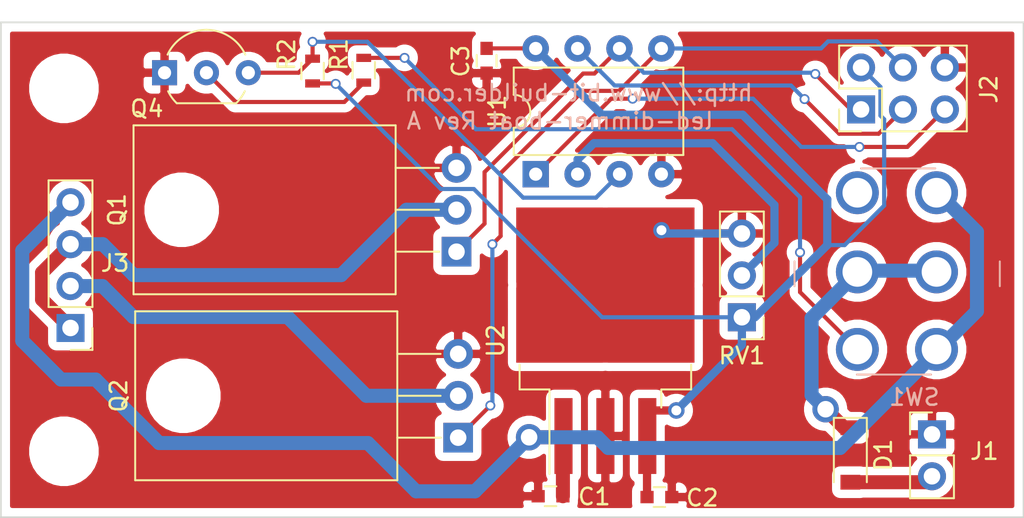
<source format=kicad_pcb>
(kicad_pcb (version 20171130) (host pcbnew 5.1.6-c6e7f7d~87~ubuntu20.04.1)

  (general
    (thickness 1.6)
    (drawings 6)
    (tracks 140)
    (zones 0)
    (modules 18)
    (nets 16)
  )

  (page A4)
  (title_block
    (date "jeu. 02 avril 2015")
  )

  (layers
    (0 F.Cu signal)
    (31 B.Cu signal)
    (32 B.Adhes user)
    (33 F.Adhes user)
    (34 B.Paste user)
    (35 F.Paste user)
    (36 B.SilkS user)
    (37 F.SilkS user)
    (38 B.Mask user)
    (39 F.Mask user)
    (40 Dwgs.User user)
    (41 Cmts.User user)
    (42 Eco1.User user)
    (43 Eco2.User user)
    (44 Edge.Cuts user)
    (45 Margin user)
    (46 B.CrtYd user)
    (47 F.CrtYd user)
    (48 B.Fab user)
    (49 F.Fab user hide)
  )

  (setup
    (last_trace_width 0.25)
    (user_trace_width 0.25)
    (user_trace_width 0.5)
    (user_trace_width 0.85)
    (trace_clearance 0.2)
    (zone_clearance 0.508)
    (zone_45_only no)
    (trace_min 0.2)
    (via_size 0.6)
    (via_drill 0.4)
    (via_min_size 0.4)
    (via_min_drill 0.3)
    (user_via 0.6 0.4)
    (user_via 1 0.6)
    (user_via 1.6 1)
    (uvia_size 0.3)
    (uvia_drill 0.1)
    (uvias_allowed no)
    (uvia_min_size 0.2)
    (uvia_min_drill 0.1)
    (edge_width 0.1)
    (segment_width 0.15)
    (pcb_text_width 0.3)
    (pcb_text_size 1.5 1.5)
    (mod_edge_width 0.15)
    (mod_text_size 1 1)
    (mod_text_width 0.15)
    (pad_size 1.5 1.5)
    (pad_drill 0.6)
    (pad_to_mask_clearance 0)
    (aux_axis_origin 138.176 110.617)
    (visible_elements FFFFFF7F)
    (pcbplotparams
      (layerselection 0x00030_80000001)
      (usegerberextensions false)
      (usegerberattributes true)
      (usegerberadvancedattributes true)
      (creategerberjobfile true)
      (excludeedgelayer true)
      (linewidth 0.100000)
      (plotframeref false)
      (viasonmask false)
      (mode 1)
      (useauxorigin false)
      (hpglpennumber 1)
      (hpglpenspeed 20)
      (hpglpendiameter 15.000000)
      (psnegative false)
      (psa4output false)
      (plotreference true)
      (plotvalue true)
      (plotinvisibletext false)
      (padsonsilk false)
      (subtractmaskfromsilk false)
      (outputformat 1)
      (mirror false)
      (drillshape 1)
      (scaleselection 1)
      (outputdirectory ""))
  )

  (net 0 "")
  (net 1 GND)
  (net 2 +5V)
  (net 3 B)
  (net 4 +12V)
  (net 5 "Net-(D1-Pad2)")
  (net 6 R)
  (net 7 "Net-(Q4-Pad2)")
  (net 8 RED_SEL)
  (net 9 VDD)
  (net 10 RESET)
  (net 11 BG_DRIVE)
  (net 12 RED_DET)
  (net 13 POT)
  (net 14 SCK)
  (net 15 MOSI)

  (net_class Default "This is the default net class."
    (clearance 0.2)
    (trace_width 0.25)
    (via_dia 0.6)
    (via_drill 0.4)
    (uvia_dia 0.3)
    (uvia_drill 0.1)
    (add_net +12V)
    (add_net +5V)
    (add_net B)
    (add_net BG_DRIVE)
    (add_net GND)
    (add_net MOSI)
    (add_net "Net-(D1-Pad2)")
    (add_net "Net-(Q4-Pad2)")
    (add_net POT)
    (add_net R)
    (add_net RED_DET)
    (add_net RED_SEL)
    (add_net RESET)
    (add_net SCK)
    (add_net VDD)
  )

  (module Mounting_Holes:MountingHole_3.2mm_M3 (layer F.Cu) (tedit 56D1B4CB) (tstamp 6283E261)
    (at 104.925 106.2)
    (descr "Mounting Hole 3.2mm, no annular, M3")
    (tags "mounting hole 3.2mm no annular m3")
    (path /6288DBC3)
    (attr virtual)
    (fp_text reference H2 (at 0 -4.2) (layer F.SilkS) hide
      (effects (font (size 1 1) (thickness 0.15)))
    )
    (fp_text value MountingHole (at 0 4.2) (layer F.Fab)
      (effects (font (size 1 1) (thickness 0.15)))
    )
    (fp_circle (center 0 0) (end 3.45 0) (layer F.CrtYd) (width 0.05))
    (fp_circle (center 0 0) (end 3.2 0) (layer Cmts.User) (width 0.15))
    (fp_text user %R (at 0.3 0) (layer F.Fab)
      (effects (font (size 1 1) (thickness 0.15)))
    )
    (pad 1 np_thru_hole circle (at 0 0) (size 3.2 3.2) (drill 3.2) (layers *.Cu *.Mask))
  )

  (module Mounting_Holes:MountingHole_3.2mm_M3 (layer F.Cu) (tedit 56D1B4CB) (tstamp 6283E25E)
    (at 104.925 84.2)
    (descr "Mounting Hole 3.2mm, no annular, M3")
    (tags "mounting hole 3.2mm no annular m3")
    (path /6288D023)
    (attr virtual)
    (fp_text reference H1 (at 0 -4.2) (layer F.SilkS) hide
      (effects (font (size 1 1) (thickness 0.15)))
    )
    (fp_text value MountingHole (at 0 4.2) (layer F.Fab)
      (effects (font (size 1 1) (thickness 0.15)))
    )
    (fp_circle (center 0 0) (end 3.45 0) (layer F.CrtYd) (width 0.05))
    (fp_circle (center 0 0) (end 3.2 0) (layer Cmts.User) (width 0.15))
    (fp_text user %R (at 0.3 0) (layer F.Fab)
      (effects (font (size 1 1) (thickness 0.15)))
    )
    (pad 1 np_thru_hole circle (at 0 0) (size 3.2 3.2) (drill 3.2) (layers *.Cu *.Mask))
  )

  (module Pin_Headers:Pin_Header_Straight_1x03_Pitch2.54mm (layer F.Cu) (tedit 59650532) (tstamp 627E8212)
    (at 146.025 98.075 180)
    (descr "Through hole straight pin header, 1x03, 2.54mm pitch, single row")
    (tags "Through hole pin header THT 1x03 2.54mm single row")
    (path /62889626)
    (fp_text reference RV1 (at 0 -2.33) (layer F.SilkS)
      (effects (font (size 1 1) (thickness 0.15)))
    )
    (fp_text value R_POT (at 0 7.41) (layer F.Fab)
      (effects (font (size 1 1) (thickness 0.15)))
    )
    (fp_line (start 1.8 -1.8) (end -1.8 -1.8) (layer F.CrtYd) (width 0.05))
    (fp_line (start 1.8 6.85) (end 1.8 -1.8) (layer F.CrtYd) (width 0.05))
    (fp_line (start -1.8 6.85) (end 1.8 6.85) (layer F.CrtYd) (width 0.05))
    (fp_line (start -1.8 -1.8) (end -1.8 6.85) (layer F.CrtYd) (width 0.05))
    (fp_line (start -1.33 -1.33) (end 0 -1.33) (layer F.SilkS) (width 0.12))
    (fp_line (start -1.33 0) (end -1.33 -1.33) (layer F.SilkS) (width 0.12))
    (fp_line (start -1.33 1.27) (end 1.33 1.27) (layer F.SilkS) (width 0.12))
    (fp_line (start 1.33 1.27) (end 1.33 6.41) (layer F.SilkS) (width 0.12))
    (fp_line (start -1.33 1.27) (end -1.33 6.41) (layer F.SilkS) (width 0.12))
    (fp_line (start -1.33 6.41) (end 1.33 6.41) (layer F.SilkS) (width 0.12))
    (fp_line (start -1.27 -0.635) (end -0.635 -1.27) (layer F.Fab) (width 0.1))
    (fp_line (start -1.27 6.35) (end -1.27 -0.635) (layer F.Fab) (width 0.1))
    (fp_line (start 1.27 6.35) (end -1.27 6.35) (layer F.Fab) (width 0.1))
    (fp_line (start 1.27 -1.27) (end 1.27 6.35) (layer F.Fab) (width 0.1))
    (fp_line (start -0.635 -1.27) (end 1.27 -1.27) (layer F.Fab) (width 0.1))
    (fp_text user %R (at 0 2.54 90) (layer F.Fab)
      (effects (font (size 1 1) (thickness 0.15)))
    )
    (pad 1 thru_hole rect (at 0 0 180) (size 1.7 1.7) (drill 1) (layers *.Cu *.Mask)
      (net 2 +5V))
    (pad 2 thru_hole oval (at 0 2.54 180) (size 1.7 1.7) (drill 1) (layers *.Cu *.Mask)
      (net 13 POT))
    (pad 3 thru_hole oval (at 0 5.08 180) (size 1.7 1.7) (drill 1) (layers *.Cu *.Mask)
      (net 1 GND))
    (model ${KISYS3DMOD}/Pin_Headers.3dshapes/Pin_Header_Straight_1x03_Pitch2.54mm.wrl
      (at (xyz 0 0 0))
      (scale (xyz 1 1 1))
      (rotate (xyz 0 0 0))
    )
  )

  (module TO_SOT_Packages_SMD:TO-263-3_TabPin2 (layer F.Cu) (tedit 590079C0) (tstamp 627FFD59)
    (at 137.75 99.5 90)
    (descr "TO-263 / D2PAK / DDPAK SMD package, http://www.infineon.com/cms/en/product/packages/PG-TO263/PG-TO263-3-1/")
    (tags "D2PAK DDPAK TO-263 D2PAK-3 TO-263-3 SOT-404")
    (path /628C35AA)
    (attr smd)
    (fp_text reference U2 (at 0 -6.65 90) (layer F.SilkS)
      (effects (font (size 1 1) (thickness 0.15)))
    )
    (fp_text value LM7805S/NOPB (at 0 6.65 90) (layer F.Fab)
      (effects (font (size 1 1) (thickness 0.15)))
    )
    (fp_line (start 8.32 -5.65) (end -8.32 -5.65) (layer F.CrtYd) (width 0.05))
    (fp_line (start 8.32 5.65) (end 8.32 -5.65) (layer F.CrtYd) (width 0.05))
    (fp_line (start -8.32 5.65) (end 8.32 5.65) (layer F.CrtYd) (width 0.05))
    (fp_line (start -8.32 -5.65) (end -8.32 5.65) (layer F.CrtYd) (width 0.05))
    (fp_line (start -2.95 3.39) (end -4.05 3.39) (layer F.SilkS) (width 0.12))
    (fp_line (start -2.95 5.2) (end -2.95 3.39) (layer F.SilkS) (width 0.12))
    (fp_line (start -1.45 5.2) (end -2.95 5.2) (layer F.SilkS) (width 0.12))
    (fp_line (start -2.95 -3.39) (end -8.075 -3.39) (layer F.SilkS) (width 0.12))
    (fp_line (start -2.95 -5.2) (end -2.95 -3.39) (layer F.SilkS) (width 0.12))
    (fp_line (start -1.45 -5.2) (end -2.95 -5.2) (layer F.SilkS) (width 0.12))
    (fp_line (start -7.45 3.04) (end -2.75 3.04) (layer F.Fab) (width 0.1))
    (fp_line (start -7.45 2.04) (end -7.45 3.04) (layer F.Fab) (width 0.1))
    (fp_line (start -2.75 2.04) (end -7.45 2.04) (layer F.Fab) (width 0.1))
    (fp_line (start -7.45 0.5) (end -2.75 0.5) (layer F.Fab) (width 0.1))
    (fp_line (start -7.45 -0.5) (end -7.45 0.5) (layer F.Fab) (width 0.1))
    (fp_line (start -2.75 -0.5) (end -7.45 -0.5) (layer F.Fab) (width 0.1))
    (fp_line (start -7.45 -2.04) (end -2.75 -2.04) (layer F.Fab) (width 0.1))
    (fp_line (start -7.45 -3.04) (end -7.45 -2.04) (layer F.Fab) (width 0.1))
    (fp_line (start -2.75 -3.04) (end -7.45 -3.04) (layer F.Fab) (width 0.1))
    (fp_line (start -1.75 -5) (end 6.5 -5) (layer F.Fab) (width 0.1))
    (fp_line (start -2.75 -4) (end -1.75 -5) (layer F.Fab) (width 0.1))
    (fp_line (start -2.75 5) (end -2.75 -4) (layer F.Fab) (width 0.1))
    (fp_line (start 6.5 5) (end -2.75 5) (layer F.Fab) (width 0.1))
    (fp_line (start 6.5 -5) (end 6.5 5) (layer F.Fab) (width 0.1))
    (fp_line (start 7.5 5) (end 6.5 5) (layer F.Fab) (width 0.1))
    (fp_line (start 7.5 -5) (end 7.5 5) (layer F.Fab) (width 0.1))
    (fp_line (start 6.5 -5) (end 7.5 -5) (layer F.Fab) (width 0.1))
    (fp_text user %R (at 0 0 90) (layer F.Fab)
      (effects (font (size 1 1) (thickness 0.15)))
    )
    (pad 1 smd rect (at -5.775 -2.54 90) (size 4.6 1.1) (layers F.Cu F.Paste F.Mask)
      (net 9 VDD))
    (pad 2 smd rect (at -5.775 0 90) (size 4.6 1.1) (layers F.Cu F.Paste F.Mask)
      (net 1 GND))
    (pad 3 smd rect (at -5.775 2.54 90) (size 4.6 1.1) (layers F.Cu F.Paste F.Mask)
      (net 2 +5V))
    (pad 2 smd rect (at 3.375 0 90) (size 9.4 10.8) (layers F.Cu F.Mask)
      (net 1 GND))
    (pad 2 smd rect (at 5.8 2.775 90) (size 4.55 5.25) (layers F.Cu F.Paste)
      (net 1 GND))
    (pad 2 smd rect (at 0.95 -2.775 90) (size 4.55 5.25) (layers F.Cu F.Paste)
      (net 1 GND))
    (pad 2 smd rect (at 5.8 -2.775 90) (size 4.55 5.25) (layers F.Cu F.Paste)
      (net 1 GND))
    (pad 2 smd rect (at 0.95 2.775 90) (size 4.55 5.25) (layers F.Cu F.Paste)
      (net 1 GND))
    (model ${KISYS3DMOD}/TO_SOT_Packages_SMD.3dshapes/TO-263-3_TabPin2.wrl
      (at (xyz 0 0 0))
      (scale (xyz 1 1 1))
      (rotate (xyz 0 0 0))
    )
  )

  (module Housings_DIP:DIP-8_W7.62mm (layer F.Cu) (tedit 59C78D6B) (tstamp 62827FDE)
    (at 133.525 89.4 90)
    (descr "8-lead though-hole mounted DIP package, row spacing 7.62 mm (300 mils)")
    (tags "THT DIP DIL PDIP 2.54mm 7.62mm 300mil")
    (path /62829027)
    (fp_text reference U1 (at 3.81 -2.33 90) (layer F.SilkS)
      (effects (font (size 1 1) (thickness 0.15)))
    )
    (fp_text value ATtiny13A-PU-ND (at 3.81 9.95 90) (layer F.Fab)
      (effects (font (size 1 1) (thickness 0.15)))
    )
    (fp_line (start 8.7 -1.55) (end -1.1 -1.55) (layer F.CrtYd) (width 0.05))
    (fp_line (start 8.7 9.15) (end 8.7 -1.55) (layer F.CrtYd) (width 0.05))
    (fp_line (start -1.1 9.15) (end 8.7 9.15) (layer F.CrtYd) (width 0.05))
    (fp_line (start -1.1 -1.55) (end -1.1 9.15) (layer F.CrtYd) (width 0.05))
    (fp_line (start 6.46 -1.33) (end 4.81 -1.33) (layer F.SilkS) (width 0.12))
    (fp_line (start 6.46 8.95) (end 6.46 -1.33) (layer F.SilkS) (width 0.12))
    (fp_line (start 1.16 8.95) (end 6.46 8.95) (layer F.SilkS) (width 0.12))
    (fp_line (start 1.16 -1.33) (end 1.16 8.95) (layer F.SilkS) (width 0.12))
    (fp_line (start 2.81 -1.33) (end 1.16 -1.33) (layer F.SilkS) (width 0.12))
    (fp_line (start 0.635 -0.27) (end 1.635 -1.27) (layer F.Fab) (width 0.1))
    (fp_line (start 0.635 8.89) (end 0.635 -0.27) (layer F.Fab) (width 0.1))
    (fp_line (start 6.985 8.89) (end 0.635 8.89) (layer F.Fab) (width 0.1))
    (fp_line (start 6.985 -1.27) (end 6.985 8.89) (layer F.Fab) (width 0.1))
    (fp_line (start 1.635 -1.27) (end 6.985 -1.27) (layer F.Fab) (width 0.1))
    (fp_arc (start 3.81 -1.33) (end 2.81 -1.33) (angle -180) (layer F.SilkS) (width 0.12))
    (fp_text user %R (at 3.81 3.81 90) (layer F.Fab)
      (effects (font (size 1 1) (thickness 0.15)))
    )
    (pad 1 thru_hole rect (at 0 0 90) (size 1.6 1.6) (drill 0.8) (layers *.Cu *.Mask)
      (net 10 RESET))
    (pad 5 thru_hole oval (at 7.62 7.62 90) (size 1.6 1.6) (drill 0.8) (layers *.Cu *.Mask)
      (net 15 MOSI))
    (pad 2 thru_hole oval (at 0 2.54 90) (size 1.6 1.6) (drill 0.8) (layers *.Cu *.Mask)
      (net 13 POT))
    (pad 6 thru_hole oval (at 7.62 5.08 90) (size 1.6 1.6) (drill 0.8) (layers *.Cu *.Mask)
      (net 11 BG_DRIVE))
    (pad 3 thru_hole oval (at 0 5.08 90) (size 1.6 1.6) (drill 0.8) (layers *.Cu *.Mask)
      (net 12 RED_DET))
    (pad 7 thru_hole oval (at 7.62 2.54 90) (size 1.6 1.6) (drill 0.8) (layers *.Cu *.Mask)
      (net 14 SCK))
    (pad 4 thru_hole oval (at 0 7.62 90) (size 1.6 1.6) (drill 0.8) (layers *.Cu *.Mask)
      (net 1 GND))
    (pad 8 thru_hole oval (at 7.62 0 90) (size 1.6 1.6) (drill 0.8) (layers *.Cu *.Mask)
      (net 2 +5V))
    (model ${KISYS3DMOD}/Housings_DIP.3dshapes/DIP-8_W7.62mm.wrl
      (at (xyz 0 0 0))
      (scale (xyz 1 1 1))
      (rotate (xyz 0 0 0))
    )
  )

  (module Capacitors_SMD:C_0603 (layer F.Cu) (tedit 59958EE7) (tstamp 627FFAB3)
    (at 134.425 108.925 180)
    (descr "Capacitor SMD 0603, reflow soldering, AVX (see smccp.pdf)")
    (tags "capacitor 0603")
    (path /628BB247)
    (attr smd)
    (fp_text reference C1 (at -2.65 -0.025) (layer F.SilkS)
      (effects (font (size 1 1) (thickness 0.15)))
    )
    (fp_text value 0.22uF (at 0 1.5) (layer F.Fab)
      (effects (font (size 1 1) (thickness 0.15)))
    )
    (fp_line (start -0.8 0.4) (end -0.8 -0.4) (layer F.Fab) (width 0.1))
    (fp_line (start 0.8 0.4) (end -0.8 0.4) (layer F.Fab) (width 0.1))
    (fp_line (start 0.8 -0.4) (end 0.8 0.4) (layer F.Fab) (width 0.1))
    (fp_line (start -0.8 -0.4) (end 0.8 -0.4) (layer F.Fab) (width 0.1))
    (fp_line (start -0.35 -0.6) (end 0.35 -0.6) (layer F.SilkS) (width 0.12))
    (fp_line (start 0.35 0.6) (end -0.35 0.6) (layer F.SilkS) (width 0.12))
    (fp_line (start -1.4 -0.65) (end 1.4 -0.65) (layer F.CrtYd) (width 0.05))
    (fp_line (start -1.4 -0.65) (end -1.4 0.65) (layer F.CrtYd) (width 0.05))
    (fp_line (start 1.4 0.65) (end 1.4 -0.65) (layer F.CrtYd) (width 0.05))
    (fp_line (start 1.4 0.65) (end -1.4 0.65) (layer F.CrtYd) (width 0.05))
    (fp_text user %R (at 0 0) (layer F.Fab)
      (effects (font (size 0.3 0.3) (thickness 0.075)))
    )
    (pad 2 smd rect (at 0.75 0 180) (size 0.8 0.75) (layers F.Cu F.Paste F.Mask)
      (net 1 GND))
    (pad 1 smd rect (at -0.75 0 180) (size 0.8 0.75) (layers F.Cu F.Paste F.Mask)
      (net 9 VDD))
    (model Capacitors_SMD.3dshapes/C_0603.wrl
      (at (xyz 0 0 0))
      (scale (xyz 1 1 1))
      (rotate (xyz 0 0 0))
    )
  )

  (module Pin_Headers:Pin_Header_Straight_2x03_Pitch2.54mm (layer F.Cu) (tedit 59650532) (tstamp 628271AA)
    (at 153.25 85.475 90)
    (descr "Through hole straight pin header, 2x03, 2.54mm pitch, double rows")
    (tags "Through hole pin header THT 2x03 2.54mm double row")
    (path /62828064)
    (fp_text reference J2 (at 1.225 7.75 90) (layer F.SilkS)
      (effects (font (size 1 1) (thickness 0.15)))
    )
    (fp_text value Prog (at 1.27 7.41 90) (layer F.Fab)
      (effects (font (size 1 1) (thickness 0.15)))
    )
    (fp_line (start 4.35 -1.8) (end -1.8 -1.8) (layer F.CrtYd) (width 0.05))
    (fp_line (start 4.35 6.85) (end 4.35 -1.8) (layer F.CrtYd) (width 0.05))
    (fp_line (start -1.8 6.85) (end 4.35 6.85) (layer F.CrtYd) (width 0.05))
    (fp_line (start -1.8 -1.8) (end -1.8 6.85) (layer F.CrtYd) (width 0.05))
    (fp_line (start -1.33 -1.33) (end 0 -1.33) (layer F.SilkS) (width 0.12))
    (fp_line (start -1.33 0) (end -1.33 -1.33) (layer F.SilkS) (width 0.12))
    (fp_line (start 1.27 -1.33) (end 3.87 -1.33) (layer F.SilkS) (width 0.12))
    (fp_line (start 1.27 1.27) (end 1.27 -1.33) (layer F.SilkS) (width 0.12))
    (fp_line (start -1.33 1.27) (end 1.27 1.27) (layer F.SilkS) (width 0.12))
    (fp_line (start 3.87 -1.33) (end 3.87 6.41) (layer F.SilkS) (width 0.12))
    (fp_line (start -1.33 1.27) (end -1.33 6.41) (layer F.SilkS) (width 0.12))
    (fp_line (start -1.33 6.41) (end 3.87 6.41) (layer F.SilkS) (width 0.12))
    (fp_line (start -1.27 0) (end 0 -1.27) (layer F.Fab) (width 0.1))
    (fp_line (start -1.27 6.35) (end -1.27 0) (layer F.Fab) (width 0.1))
    (fp_line (start 3.81 6.35) (end -1.27 6.35) (layer F.Fab) (width 0.1))
    (fp_line (start 3.81 -1.27) (end 3.81 6.35) (layer F.Fab) (width 0.1))
    (fp_line (start 0 -1.27) (end 3.81 -1.27) (layer F.Fab) (width 0.1))
    (fp_text user %R (at 1.27 2.54) (layer F.Fab)
      (effects (font (size 1 1) (thickness 0.15)))
    )
    (pad 1 thru_hole rect (at 0 0 90) (size 1.7 1.7) (drill 1) (layers *.Cu *.Mask)
      (net 11 BG_DRIVE))
    (pad 2 thru_hole oval (at 2.54 0 90) (size 1.7 1.7) (drill 1) (layers *.Cu *.Mask)
      (net 2 +5V))
    (pad 3 thru_hole oval (at 0 2.54 90) (size 1.7 1.7) (drill 1) (layers *.Cu *.Mask)
      (net 14 SCK))
    (pad 4 thru_hole oval (at 2.54 2.54 90) (size 1.7 1.7) (drill 1) (layers *.Cu *.Mask)
      (net 15 MOSI))
    (pad 5 thru_hole oval (at 0 5.08 90) (size 1.7 1.7) (drill 1) (layers *.Cu *.Mask)
      (net 10 RESET))
    (pad 6 thru_hole oval (at 2.54 5.08 90) (size 1.7 1.7) (drill 1) (layers *.Cu *.Mask)
      (net 1 GND))
    (model ${KISYS3DMOD}/Pin_Headers.3dshapes/Pin_Header_Straight_2x03_Pitch2.54mm.wrl
      (at (xyz 0 0 0))
      (scale (xyz 1 1 1))
      (rotate (xyz 0 0 0))
    )
  )

  (module CustomComponents:SW_DPDT_NKK_PC_MOUNT (layer B.Cu) (tedit 628140E4) (tstamp 628151F7)
    (at 153.025 100.025)
    (descr "tactile push button, 6x6mm e.g. PHAP33xx series, height=13mm")
    (tags "tact sw push 6mm")
    (path /629DF97D)
    (fp_text reference SW1 (at 3.4544 2.8956) (layer B.SilkS)
      (effects (font (size 1 1) (thickness 0.15)) (justify mirror))
    )
    (fp_text value M2023SS1W03 (at 3.7084 -7.112) (layer B.Fab)
      (effects (font (size 1 1) (thickness 0.15)) (justify mirror))
    )
    (fp_circle (center 2.3368 -4.740836) (end 0.3368 -4.990836) (layer B.Fab) (width 0.1))
    (fp_line (start 8.636 -5.334) (end 8.636 -3.834) (layer B.SilkS) (width 0.12))
    (fp_line (start 4.4704 1.524) (end -0.0296 1.524) (layer B.SilkS) (width 0.12))
    (fp_line (start -3.81 -3.834) (end -3.81 -5.334) (layer B.SilkS) (width 0.12))
    (fp_line (start 0.2244 -10.9728) (end 4.7244 -10.9728) (layer B.SilkS) (width 0.12))
    (fp_line (start 9.3 2.2) (end 9.3 -11.6) (layer B.CrtYd) (width 0.05))
    (fp_line (start 9.3 -11.6) (end -4.5 -11.6) (layer B.CrtYd) (width 0.05))
    (fp_line (start -4.5 -11.6) (end -4.5 2.2) (layer B.CrtYd) (width 0.05))
    (fp_line (start -4.5 2.2) (end 9.3 2.2) (layer B.CrtYd) (width 0.05))
    (fp_line (start -0.3 1.7) (end 5.6 1.7) (layer B.Fab) (width 0.1))
    (fp_line (start -4 -7.3152) (end -4 -1.3152) (layer B.Fab) (width 0.1))
    (fp_line (start 5.6952 -11.1) (end -0.3048 -11.1) (layer B.Fab) (width 0.1))
    (fp_line (start 8.8 -1.3152) (end 8.8 -7.3152) (layer B.Fab) (width 0.1))
    (fp_text user %R (at 2.7432 -1.9304) (layer B.Fab)
      (effects (font (size 1 1) (thickness 0.15)) (justify mirror))
    )
    (pad 4 thru_hole circle (at 4.8 -9.5 270) (size 2.6 2.6) (drill 1.8) (layers *.Cu *.Mask)
      (net 9 VDD))
    (pad 1 thru_hole circle (at 0 -9.5 270) (size 2.6 2.6) (drill 1.8) (layers *.Cu *.Mask))
    (pad 2 thru_hole circle (at 0 -4.7 270) (size 2.6 2.6) (drill 1.8) (layers *.Cu *.Mask)
      (net 4 +12V))
    (pad 3 thru_hole circle (at 0 0 270) (size 2.6 2.6) (drill 1.8) (layers *.Cu *.Mask)
      (net 8 RED_SEL))
    (pad 5 thru_hole circle (at 4.8 -4.7 270) (size 2.6 2.6) (drill 1.8) (layers *.Cu *.Mask)
      (net 4 +12V))
    (pad 6 thru_hole circle (at 4.8 0 270) (size 2.6 2.6) (drill 1.8) (layers *.Cu *.Mask)
      (net 9 VDD))
    (model ${KISYS3DMOD}/Buttons_Switches_THT.3dshapes/SW_PUSH_6mm_h13mm.wrl
      (offset (xyz 0.1269999980926514 0 0))
      (scale (xyz 0.3937 0.3937 0.3937))
      (rotate (xyz 0 0 0))
    )
  )

  (module Pin_Headers:Pin_Header_Straight_1x02_Pitch2.54mm (layer F.Cu) (tedit 59650532) (tstamp 62814204)
    (at 157.55 105.175)
    (descr "Through hole straight pin header, 1x02, 2.54mm pitch, single row")
    (tags "Through hole pin header THT 1x02 2.54mm single row")
    (path /629D66D1)
    (fp_text reference J1 (at 3.175 1.025) (layer F.SilkS)
      (effects (font (size 1 1) (thickness 0.15)))
    )
    (fp_text value PWR (at 0 4.87) (layer F.Fab)
      (effects (font (size 1 1) (thickness 0.15)))
    )
    (fp_line (start -0.635 -1.27) (end 1.27 -1.27) (layer F.Fab) (width 0.1))
    (fp_line (start 1.27 -1.27) (end 1.27 3.81) (layer F.Fab) (width 0.1))
    (fp_line (start 1.27 3.81) (end -1.27 3.81) (layer F.Fab) (width 0.1))
    (fp_line (start -1.27 3.81) (end -1.27 -0.635) (layer F.Fab) (width 0.1))
    (fp_line (start -1.27 -0.635) (end -0.635 -1.27) (layer F.Fab) (width 0.1))
    (fp_line (start -1.33 3.87) (end 1.33 3.87) (layer F.SilkS) (width 0.12))
    (fp_line (start -1.33 1.27) (end -1.33 3.87) (layer F.SilkS) (width 0.12))
    (fp_line (start 1.33 1.27) (end 1.33 3.87) (layer F.SilkS) (width 0.12))
    (fp_line (start -1.33 1.27) (end 1.33 1.27) (layer F.SilkS) (width 0.12))
    (fp_line (start -1.33 0) (end -1.33 -1.33) (layer F.SilkS) (width 0.12))
    (fp_line (start -1.33 -1.33) (end 0 -1.33) (layer F.SilkS) (width 0.12))
    (fp_line (start -1.8 -1.8) (end -1.8 4.35) (layer F.CrtYd) (width 0.05))
    (fp_line (start -1.8 4.35) (end 1.8 4.35) (layer F.CrtYd) (width 0.05))
    (fp_line (start 1.8 4.35) (end 1.8 -1.8) (layer F.CrtYd) (width 0.05))
    (fp_line (start 1.8 -1.8) (end -1.8 -1.8) (layer F.CrtYd) (width 0.05))
    (fp_text user %R (at 0 1.27 90) (layer F.Fab)
      (effects (font (size 1 1) (thickness 0.15)))
    )
    (pad 1 thru_hole rect (at 0 0) (size 1.7 1.7) (drill 1) (layers *.Cu *.Mask)
      (net 1 GND))
    (pad 2 thru_hole oval (at 0 2.54) (size 1.7 1.7) (drill 1) (layers *.Cu *.Mask)
      (net 5 "Net-(D1-Pad2)"))
    (model ${KISYS3DMOD}/Pin_Headers.3dshapes/Pin_Header_Straight_1x02_Pitch2.54mm.wrl
      (at (xyz 0 0 0))
      (scale (xyz 1 1 1))
      (rotate (xyz 0 0 0))
    )
  )

  (module Diodes_SMD:D_SOD-123 (layer F.Cu) (tedit 58645DC7) (tstamp 627E7753)
    (at 152.6 106.425 270)
    (descr SOD-123)
    (tags SOD-123)
    (path /62822347)
    (attr smd)
    (fp_text reference D1 (at 0 -2 90) (layer F.SilkS)
      (effects (font (size 1 1) (thickness 0.15)))
    )
    (fp_text value 1N5400 (at 0 2.1 90) (layer F.Fab)
      (effects (font (size 1 1) (thickness 0.15)))
    )
    (fp_line (start -2.25 -1) (end -2.25 1) (layer F.SilkS) (width 0.12))
    (fp_line (start 0.25 0) (end 0.75 0) (layer F.Fab) (width 0.1))
    (fp_line (start 0.25 0.4) (end -0.35 0) (layer F.Fab) (width 0.1))
    (fp_line (start 0.25 -0.4) (end 0.25 0.4) (layer F.Fab) (width 0.1))
    (fp_line (start -0.35 0) (end 0.25 -0.4) (layer F.Fab) (width 0.1))
    (fp_line (start -0.35 0) (end -0.35 0.55) (layer F.Fab) (width 0.1))
    (fp_line (start -0.35 0) (end -0.35 -0.55) (layer F.Fab) (width 0.1))
    (fp_line (start -0.75 0) (end -0.35 0) (layer F.Fab) (width 0.1))
    (fp_line (start -1.4 0.9) (end -1.4 -0.9) (layer F.Fab) (width 0.1))
    (fp_line (start 1.4 0.9) (end -1.4 0.9) (layer F.Fab) (width 0.1))
    (fp_line (start 1.4 -0.9) (end 1.4 0.9) (layer F.Fab) (width 0.1))
    (fp_line (start -1.4 -0.9) (end 1.4 -0.9) (layer F.Fab) (width 0.1))
    (fp_line (start -2.35 -1.15) (end 2.35 -1.15) (layer F.CrtYd) (width 0.05))
    (fp_line (start 2.35 -1.15) (end 2.35 1.15) (layer F.CrtYd) (width 0.05))
    (fp_line (start 2.35 1.15) (end -2.35 1.15) (layer F.CrtYd) (width 0.05))
    (fp_line (start -2.35 -1.15) (end -2.35 1.15) (layer F.CrtYd) (width 0.05))
    (fp_line (start -2.25 1) (end 1.65 1) (layer F.SilkS) (width 0.12))
    (fp_line (start -2.25 -1) (end 1.65 -1) (layer F.SilkS) (width 0.12))
    (fp_text user %R (at 0 -2 90) (layer F.Fab)
      (effects (font (size 1 1) (thickness 0.15)))
    )
    (pad 1 smd rect (at -1.65 0 270) (size 0.9 1.2) (layers F.Cu F.Paste F.Mask)
      (net 4 +12V))
    (pad 2 smd rect (at 1.65 0 270) (size 0.9 1.2) (layers F.Cu F.Paste F.Mask)
      (net 5 "Net-(D1-Pad2)"))
    (model ${KISYS3DMOD}/Diodes_SMD.3dshapes/D_SOD-123.wrl
      (at (xyz 0 0 0))
      (scale (xyz 1 1 1))
      (rotate (xyz 0 0 0))
    )
  )

  (module Resistors_SMD:R_0603 (layer F.Cu) (tedit 58E0A804) (tstamp 627E783D)
    (at 120 83.15 90)
    (descr "Resistor SMD 0603, reflow soldering, Vishay (see dcrcw.pdf)")
    (tags "resistor 0603")
    (path /6280C729)
    (attr smd)
    (fp_text reference R2 (at 1 -1.575 90) (layer F.SilkS)
      (effects (font (size 1 1) (thickness 0.15)))
    )
    (fp_text value 300K (at 0 1.5 90) (layer F.Fab)
      (effects (font (size 1 1) (thickness 0.15)))
    )
    (fp_line (start -0.8 0.4) (end -0.8 -0.4) (layer F.Fab) (width 0.1))
    (fp_line (start 0.8 0.4) (end -0.8 0.4) (layer F.Fab) (width 0.1))
    (fp_line (start 0.8 -0.4) (end 0.8 0.4) (layer F.Fab) (width 0.1))
    (fp_line (start -0.8 -0.4) (end 0.8 -0.4) (layer F.Fab) (width 0.1))
    (fp_line (start 0.5 0.68) (end -0.5 0.68) (layer F.SilkS) (width 0.12))
    (fp_line (start -0.5 -0.68) (end 0.5 -0.68) (layer F.SilkS) (width 0.12))
    (fp_line (start -1.25 -0.7) (end 1.25 -0.7) (layer F.CrtYd) (width 0.05))
    (fp_line (start -1.25 -0.7) (end -1.25 0.7) (layer F.CrtYd) (width 0.05))
    (fp_line (start 1.25 0.7) (end 1.25 -0.7) (layer F.CrtYd) (width 0.05))
    (fp_line (start 1.25 0.7) (end -1.25 0.7) (layer F.CrtYd) (width 0.05))
    (fp_text user %R (at 0 0 90) (layer F.Fab)
      (effects (font (size 0.4 0.4) (thickness 0.075)))
    )
    (pad 1 smd rect (at -0.75 0 90) (size 0.5 0.9) (layers F.Cu F.Paste F.Mask)
      (net 2 +5V))
    (pad 2 smd rect (at 0.75 0 90) (size 0.5 0.9) (layers F.Cu F.Paste F.Mask)
      (net 12 RED_DET))
    (model ${KISYS3DMOD}/Resistors_SMD.3dshapes/R_0603.wrl
      (at (xyz 0 0 0))
      (scale (xyz 1 1 1))
      (rotate (xyz 0 0 0))
    )
  )

  (module Resistors_SMD:R_0603 (layer F.Cu) (tedit 58E0A804) (tstamp 627E783A)
    (at 123.1 83.1 90)
    (descr "Resistor SMD 0603, reflow soldering, Vishay (see dcrcw.pdf)")
    (tags "resistor 0603")
    (path /6280A3E0)
    (attr smd)
    (fp_text reference R1 (at 0.95 -1.5 90) (layer F.SilkS)
      (effects (font (size 1 1) (thickness 0.15)))
    )
    (fp_text value 82K (at 0 1.5 90) (layer F.Fab)
      (effects (font (size 1 1) (thickness 0.15)))
    )
    (fp_line (start -0.8 0.4) (end -0.8 -0.4) (layer F.Fab) (width 0.1))
    (fp_line (start 0.8 0.4) (end -0.8 0.4) (layer F.Fab) (width 0.1))
    (fp_line (start 0.8 -0.4) (end 0.8 0.4) (layer F.Fab) (width 0.1))
    (fp_line (start -0.8 -0.4) (end 0.8 -0.4) (layer F.Fab) (width 0.1))
    (fp_line (start 0.5 0.68) (end -0.5 0.68) (layer F.SilkS) (width 0.12))
    (fp_line (start -0.5 -0.68) (end 0.5 -0.68) (layer F.SilkS) (width 0.12))
    (fp_line (start -1.25 -0.7) (end 1.25 -0.7) (layer F.CrtYd) (width 0.05))
    (fp_line (start -1.25 -0.7) (end -1.25 0.7) (layer F.CrtYd) (width 0.05))
    (fp_line (start 1.25 0.7) (end 1.25 -0.7) (layer F.CrtYd) (width 0.05))
    (fp_line (start 1.25 0.7) (end -1.25 0.7) (layer F.CrtYd) (width 0.05))
    (fp_text user %R (at 0 0 90) (layer F.Fab)
      (effects (font (size 0.4 0.4) (thickness 0.075)))
    )
    (pad 1 smd rect (at -0.75 0 90) (size 0.5 0.9) (layers F.Cu F.Paste F.Mask)
      (net 7 "Net-(Q4-Pad2)"))
    (pad 2 smd rect (at 0.75 0 90) (size 0.5 0.9) (layers F.Cu F.Paste F.Mask)
      (net 8 RED_SEL))
    (model ${KISYS3DMOD}/Resistors_SMD.3dshapes/R_0603.wrl
      (at (xyz 0 0 0))
      (scale (xyz 1 1 1))
      (rotate (xyz 0 0 0))
    )
  )

  (module Capacitors_SMD:C_0603 (layer F.Cu) (tedit 59958EE7) (tstamp 6283CD79)
    (at 130.55 82.525 270)
    (descr "Capacitor SMD 0603, reflow soldering, AVX (see smccp.pdf)")
    (tags "capacitor 0603")
    (path /62910BF1)
    (attr smd)
    (fp_text reference C3 (at 0.025 1.575 90) (layer F.SilkS)
      (effects (font (size 1 1) (thickness 0.15)))
    )
    (fp_text value 0.1uF (at 0 1.5 90) (layer F.Fab)
      (effects (font (size 1 1) (thickness 0.15)))
    )
    (fp_line (start 1.4 0.65) (end -1.4 0.65) (layer F.CrtYd) (width 0.05))
    (fp_line (start 1.4 0.65) (end 1.4 -0.65) (layer F.CrtYd) (width 0.05))
    (fp_line (start -1.4 -0.65) (end -1.4 0.65) (layer F.CrtYd) (width 0.05))
    (fp_line (start -1.4 -0.65) (end 1.4 -0.65) (layer F.CrtYd) (width 0.05))
    (fp_line (start 0.35 0.6) (end -0.35 0.6) (layer F.SilkS) (width 0.12))
    (fp_line (start -0.35 -0.6) (end 0.35 -0.6) (layer F.SilkS) (width 0.12))
    (fp_line (start -0.8 -0.4) (end 0.8 -0.4) (layer F.Fab) (width 0.1))
    (fp_line (start 0.8 -0.4) (end 0.8 0.4) (layer F.Fab) (width 0.1))
    (fp_line (start 0.8 0.4) (end -0.8 0.4) (layer F.Fab) (width 0.1))
    (fp_line (start -0.8 0.4) (end -0.8 -0.4) (layer F.Fab) (width 0.1))
    (fp_text user %R (at 0 0 90) (layer F.Fab)
      (effects (font (size 0.3 0.3) (thickness 0.075)))
    )
    (pad 2 smd rect (at 0.75 0 270) (size 0.8 0.75) (layers F.Cu F.Paste F.Mask)
      (net 1 GND))
    (pad 1 smd rect (at -0.75 0 270) (size 0.8 0.75) (layers F.Cu F.Paste F.Mask)
      (net 2 +5V))
    (model Capacitors_SMD.3dshapes/C_0603.wrl
      (at (xyz 0 0 0))
      (scale (xyz 1 1 1))
      (rotate (xyz 0 0 0))
    )
  )

  (module Capacitors_SMD:C_0603 (layer F.Cu) (tedit 59958EE7) (tstamp 6283D98B)
    (at 141.025 108.975)
    (descr "Capacitor SMD 0603, reflow soldering, AVX (see smccp.pdf)")
    (tags "capacitor 0603")
    (path /628BCB50)
    (attr smd)
    (fp_text reference C2 (at 2.6 0.05) (layer F.SilkS)
      (effects (font (size 1 1) (thickness 0.15)))
    )
    (fp_text value 0.1uF (at 0 1.5) (layer F.Fab)
      (effects (font (size 1 1) (thickness 0.15)))
    )
    (fp_line (start 1.4 0.65) (end -1.4 0.65) (layer F.CrtYd) (width 0.05))
    (fp_line (start 1.4 0.65) (end 1.4 -0.65) (layer F.CrtYd) (width 0.05))
    (fp_line (start -1.4 -0.65) (end -1.4 0.65) (layer F.CrtYd) (width 0.05))
    (fp_line (start -1.4 -0.65) (end 1.4 -0.65) (layer F.CrtYd) (width 0.05))
    (fp_line (start 0.35 0.6) (end -0.35 0.6) (layer F.SilkS) (width 0.12))
    (fp_line (start -0.35 -0.6) (end 0.35 -0.6) (layer F.SilkS) (width 0.12))
    (fp_line (start -0.8 -0.4) (end 0.8 -0.4) (layer F.Fab) (width 0.1))
    (fp_line (start 0.8 -0.4) (end 0.8 0.4) (layer F.Fab) (width 0.1))
    (fp_line (start 0.8 0.4) (end -0.8 0.4) (layer F.Fab) (width 0.1))
    (fp_line (start -0.8 0.4) (end -0.8 -0.4) (layer F.Fab) (width 0.1))
    (fp_text user %R (at 0 0) (layer F.Fab)
      (effects (font (size 0.3 0.3) (thickness 0.075)))
    )
    (pad 2 smd rect (at 0.75 0) (size 0.8 0.75) (layers F.Cu F.Paste F.Mask)
      (net 1 GND))
    (pad 1 smd rect (at -0.75 0) (size 0.8 0.75) (layers F.Cu F.Paste F.Mask)
      (net 2 +5V))
    (model Capacitors_SMD.3dshapes/C_0603.wrl
      (at (xyz 0 0 0))
      (scale (xyz 1 1 1))
      (rotate (xyz 0 0 0))
    )
  )

  (module Pin_Headers:Pin_Header_Straight_1x04_Pitch2.54mm (layer F.Cu) (tedit 59650532) (tstamp 627FFEA9)
    (at 105.325 98.725 180)
    (descr "Through hole straight pin header, 1x04, 2.54mm pitch, single row")
    (tags "Through hole pin header THT 1x04 2.54mm single row")
    (path /62860AA6)
    (fp_text reference J3 (at -2.7 3.925) (layer F.SilkS)
      (effects (font (size 1 1) (thickness 0.15)))
    )
    (fp_text value LEDSTRIP (at 0 9.95) (layer F.Fab)
      (effects (font (size 1 1) (thickness 0.15)))
    )
    (fp_line (start -0.635 -1.27) (end 1.27 -1.27) (layer F.Fab) (width 0.1))
    (fp_line (start 1.27 -1.27) (end 1.27 8.89) (layer F.Fab) (width 0.1))
    (fp_line (start 1.27 8.89) (end -1.27 8.89) (layer F.Fab) (width 0.1))
    (fp_line (start -1.27 8.89) (end -1.27 -0.635) (layer F.Fab) (width 0.1))
    (fp_line (start -1.27 -0.635) (end -0.635 -1.27) (layer F.Fab) (width 0.1))
    (fp_line (start -1.33 8.95) (end 1.33 8.95) (layer F.SilkS) (width 0.12))
    (fp_line (start -1.33 1.27) (end -1.33 8.95) (layer F.SilkS) (width 0.12))
    (fp_line (start 1.33 1.27) (end 1.33 8.95) (layer F.SilkS) (width 0.12))
    (fp_line (start -1.33 1.27) (end 1.33 1.27) (layer F.SilkS) (width 0.12))
    (fp_line (start -1.33 0) (end -1.33 -1.33) (layer F.SilkS) (width 0.12))
    (fp_line (start -1.33 -1.33) (end 0 -1.33) (layer F.SilkS) (width 0.12))
    (fp_line (start -1.8 -1.8) (end -1.8 9.4) (layer F.CrtYd) (width 0.05))
    (fp_line (start -1.8 9.4) (end 1.8 9.4) (layer F.CrtYd) (width 0.05))
    (fp_line (start 1.8 9.4) (end 1.8 -1.8) (layer F.CrtYd) (width 0.05))
    (fp_line (start 1.8 -1.8) (end -1.8 -1.8) (layer F.CrtYd) (width 0.05))
    (fp_text user %R (at 0 3.81 90) (layer F.Fab)
      (effects (font (size 1 1) (thickness 0.15)))
    )
    (pad 1 thru_hole rect (at 0 0 180) (size 1.7 1.7) (drill 1) (layers *.Cu *.Mask)
      (net 3 B))
    (pad 2 thru_hole oval (at 0 2.54 180) (size 1.7 1.7) (drill 1) (layers *.Cu *.Mask)
      (net 6 R))
    (pad 3 thru_hole oval (at 0 5.08 180) (size 1.7 1.7) (drill 1) (layers *.Cu *.Mask)
      (net 3 B))
    (pad 4 thru_hole oval (at 0 7.62 180) (size 1.7 1.7) (drill 1) (layers *.Cu *.Mask)
      (net 9 VDD))
    (model ${KISYS3DMOD}/Pin_Headers.3dshapes/Pin_Header_Straight_1x04_Pitch2.54mm.wrl
      (at (xyz 0 0 0))
      (scale (xyz 1 1 1))
      (rotate (xyz 0 0 0))
    )
  )

  (module TO_SOT_Packages_THT:TO-92_Inline_Wide (layer F.Cu) (tedit 58CE52AF) (tstamp 627E7837)
    (at 111.025 83.25)
    (descr "TO-92 leads in-line, wide, drill 0.8mm (see NXP sot054_po.pdf)")
    (tags "to-92 sc-43 sc-43a sot54 PA33 transistor")
    (path /6280771B)
    (fp_text reference Q4 (at -1.075 2.175 180) (layer F.SilkS)
      (effects (font (size 1 1) (thickness 0.15)))
    )
    (fp_text value 2N3904 (at 2.54 2.79) (layer F.Fab)
      (effects (font (size 1 1) (thickness 0.15)))
    )
    (fp_line (start 0.74 1.85) (end 4.34 1.85) (layer F.SilkS) (width 0.12))
    (fp_line (start 0.8 1.75) (end 4.3 1.75) (layer F.Fab) (width 0.1))
    (fp_line (start -1.01 -2.73) (end 6.09 -2.73) (layer F.CrtYd) (width 0.05))
    (fp_line (start -1.01 -2.73) (end -1.01 2.01) (layer F.CrtYd) (width 0.05))
    (fp_line (start 6.09 2.01) (end 6.09 -2.73) (layer F.CrtYd) (width 0.05))
    (fp_line (start 6.09 2.01) (end -1.01 2.01) (layer F.CrtYd) (width 0.05))
    (fp_text user %R (at 2.54 -3.56 180) (layer F.Fab)
      (effects (font (size 1 1) (thickness 0.15)))
    )
    (fp_arc (start 2.54 0) (end 0.74 1.85) (angle 20) (layer F.SilkS) (width 0.12))
    (fp_arc (start 2.54 0) (end 2.54 -2.6) (angle -65) (layer F.SilkS) (width 0.12))
    (fp_arc (start 2.54 0) (end 2.54 -2.6) (angle 65) (layer F.SilkS) (width 0.12))
    (fp_arc (start 2.54 0) (end 2.54 -2.48) (angle 135) (layer F.Fab) (width 0.1))
    (fp_arc (start 2.54 0) (end 2.54 -2.48) (angle -135) (layer F.Fab) (width 0.1))
    (fp_arc (start 2.54 0) (end 4.34 1.85) (angle -20) (layer F.SilkS) (width 0.12))
    (pad 2 thru_hole circle (at 2.54 0 90) (size 1.52 1.52) (drill 0.8) (layers *.Cu *.Mask)
      (net 7 "Net-(Q4-Pad2)"))
    (pad 3 thru_hole circle (at 5.08 0 90) (size 1.52 1.52) (drill 0.8) (layers *.Cu *.Mask)
      (net 12 RED_DET))
    (pad 1 thru_hole rect (at 0 0 90) (size 1.52 1.52) (drill 0.8) (layers *.Cu *.Mask)
      (net 1 GND))
    (model ${KISYS3DMOD}/TO_SOT_Packages_THT.3dshapes/TO-92_Inline_Wide.wrl
      (offset (xyz 2.539999961853027 0 0))
      (scale (xyz 1 1 1))
      (rotate (xyz 0 0 -90))
    )
  )

  (module TO_SOT_Packages_THT:TO-220-3_Horizontal (layer F.Cu) (tedit 58CE52AD) (tstamp 6283DE6A)
    (at 128.825 105.375 90)
    (descr "TO-220-3, Horizontal, RM 2.54mm")
    (tags "TO-220-3 Horizontal RM 2.54mm")
    (path /627FF661)
    (fp_text reference Q2 (at 2.54 -20.58 90) (layer F.SilkS)
      (effects (font (size 1 1) (thickness 0.15)))
    )
    (fp_text value IRLB8721PBF (at 2.54 1.9 90) (layer F.Fab)
      (effects (font (size 1 1) (thickness 0.15)))
    )
    (fp_line (start -2.46 -13.06) (end -2.46 -19.46) (layer F.Fab) (width 0.1))
    (fp_line (start -2.46 -19.46) (end 7.54 -19.46) (layer F.Fab) (width 0.1))
    (fp_line (start 7.54 -19.46) (end 7.54 -13.06) (layer F.Fab) (width 0.1))
    (fp_line (start 7.54 -13.06) (end -2.46 -13.06) (layer F.Fab) (width 0.1))
    (fp_line (start -2.46 -3.81) (end -2.46 -13.06) (layer F.Fab) (width 0.1))
    (fp_line (start -2.46 -13.06) (end 7.54 -13.06) (layer F.Fab) (width 0.1))
    (fp_line (start 7.54 -13.06) (end 7.54 -3.81) (layer F.Fab) (width 0.1))
    (fp_line (start 7.54 -3.81) (end -2.46 -3.81) (layer F.Fab) (width 0.1))
    (fp_line (start 0 -3.81) (end 0 0) (layer F.Fab) (width 0.1))
    (fp_line (start 2.54 -3.81) (end 2.54 0) (layer F.Fab) (width 0.1))
    (fp_line (start 5.08 -3.81) (end 5.08 0) (layer F.Fab) (width 0.1))
    (fp_line (start -2.58 -3.69) (end 7.66 -3.69) (layer F.SilkS) (width 0.12))
    (fp_line (start -2.58 -19.58) (end 7.66 -19.58) (layer F.SilkS) (width 0.12))
    (fp_line (start -2.58 -19.58) (end -2.58 -3.69) (layer F.SilkS) (width 0.12))
    (fp_line (start 7.66 -19.58) (end 7.66 -3.69) (layer F.SilkS) (width 0.12))
    (fp_line (start 0 -3.69) (end 0 -1.05) (layer F.SilkS) (width 0.12))
    (fp_line (start 2.54 -3.69) (end 2.54 -1.066) (layer F.SilkS) (width 0.12))
    (fp_line (start 5.08 -3.69) (end 5.08 -1.066) (layer F.SilkS) (width 0.12))
    (fp_line (start -2.71 -19.71) (end -2.71 1.15) (layer F.CrtYd) (width 0.05))
    (fp_line (start -2.71 1.15) (end 7.79 1.15) (layer F.CrtYd) (width 0.05))
    (fp_line (start 7.79 1.15) (end 7.79 -19.71) (layer F.CrtYd) (width 0.05))
    (fp_line (start 7.79 -19.71) (end -2.71 -19.71) (layer F.CrtYd) (width 0.05))
    (fp_circle (center 2.54 -16.66) (end 4.39 -16.66) (layer F.Fab) (width 0.1))
    (fp_text user %R (at 2.54 -20.58 90) (layer F.Fab)
      (effects (font (size 1 1) (thickness 0.15)))
    )
    (pad 0 np_thru_hole oval (at 2.54 -16.66 90) (size 3.5 3.5) (drill 3.5) (layers *.Cu *.Mask))
    (pad 1 thru_hole rect (at 0 0 90) (size 1.8 1.8) (drill 1) (layers *.Cu *.Mask)
      (net 15 MOSI))
    (pad 2 thru_hole oval (at 2.54 0 90) (size 1.8 1.8) (drill 1) (layers *.Cu *.Mask)
      (net 6 R))
    (pad 3 thru_hole oval (at 5.08 0 90) (size 1.8 1.8) (drill 1) (layers *.Cu *.Mask)
      (net 1 GND))
    (model ${KISYS3DMOD}/TO_SOT_Packages_THT.3dshapes/TO-220-3_Horizontal.wrl
      (offset (xyz 2.539999961853027 0 0))
      (scale (xyz 0.393701 0.393701 0.393701))
      (rotate (xyz 0 0 0))
    )
  )

  (module TO_SOT_Packages_THT:TO-220-3_Horizontal (layer F.Cu) (tedit 58CE52AD) (tstamp 627E734F)
    (at 128.725 94.1 90)
    (descr "TO-220-3, Horizontal, RM 2.54mm")
    (tags "TO-220-3 Horizontal RM 2.54mm")
    (path /627E9CB3)
    (fp_text reference Q1 (at 2.54 -20.58 90) (layer F.SilkS)
      (effects (font (size 1 1) (thickness 0.15)))
    )
    (fp_text value IRLB8721PBF (at 2.54 1.9 90) (layer F.Fab)
      (effects (font (size 1 1) (thickness 0.15)))
    )
    (fp_line (start -2.46 -13.06) (end -2.46 -19.46) (layer F.Fab) (width 0.1))
    (fp_line (start -2.46 -19.46) (end 7.54 -19.46) (layer F.Fab) (width 0.1))
    (fp_line (start 7.54 -19.46) (end 7.54 -13.06) (layer F.Fab) (width 0.1))
    (fp_line (start 7.54 -13.06) (end -2.46 -13.06) (layer F.Fab) (width 0.1))
    (fp_line (start -2.46 -3.81) (end -2.46 -13.06) (layer F.Fab) (width 0.1))
    (fp_line (start -2.46 -13.06) (end 7.54 -13.06) (layer F.Fab) (width 0.1))
    (fp_line (start 7.54 -13.06) (end 7.54 -3.81) (layer F.Fab) (width 0.1))
    (fp_line (start 7.54 -3.81) (end -2.46 -3.81) (layer F.Fab) (width 0.1))
    (fp_line (start 0 -3.81) (end 0 0) (layer F.Fab) (width 0.1))
    (fp_line (start 2.54 -3.81) (end 2.54 0) (layer F.Fab) (width 0.1))
    (fp_line (start 5.08 -3.81) (end 5.08 0) (layer F.Fab) (width 0.1))
    (fp_line (start -2.58 -3.69) (end 7.66 -3.69) (layer F.SilkS) (width 0.12))
    (fp_line (start -2.58 -19.58) (end 7.66 -19.58) (layer F.SilkS) (width 0.12))
    (fp_line (start -2.58 -19.58) (end -2.58 -3.69) (layer F.SilkS) (width 0.12))
    (fp_line (start 7.66 -19.58) (end 7.66 -3.69) (layer F.SilkS) (width 0.12))
    (fp_line (start 0 -3.69) (end 0 -1.05) (layer F.SilkS) (width 0.12))
    (fp_line (start 2.54 -3.69) (end 2.54 -1.066) (layer F.SilkS) (width 0.12))
    (fp_line (start 5.08 -3.69) (end 5.08 -1.066) (layer F.SilkS) (width 0.12))
    (fp_line (start -2.71 -19.71) (end -2.71 1.15) (layer F.CrtYd) (width 0.05))
    (fp_line (start -2.71 1.15) (end 7.79 1.15) (layer F.CrtYd) (width 0.05))
    (fp_line (start 7.79 1.15) (end 7.79 -19.71) (layer F.CrtYd) (width 0.05))
    (fp_line (start 7.79 -19.71) (end -2.71 -19.71) (layer F.CrtYd) (width 0.05))
    (fp_circle (center 2.54 -16.66) (end 4.39 -16.66) (layer F.Fab) (width 0.1))
    (fp_text user %R (at 2.54 -20.58 90) (layer F.Fab)
      (effects (font (size 1 1) (thickness 0.15)))
    )
    (pad 0 np_thru_hole oval (at 2.54 -16.66 90) (size 3.5 3.5) (drill 3.5) (layers *.Cu *.Mask))
    (pad 1 thru_hole rect (at 0 0 90) (size 1.8 1.8) (drill 1) (layers *.Cu *.Mask)
      (net 11 BG_DRIVE))
    (pad 2 thru_hole oval (at 2.54 0 90) (size 1.8 1.8) (drill 1) (layers *.Cu *.Mask)
      (net 3 B))
    (pad 3 thru_hole oval (at 5.08 0 90) (size 1.8 1.8) (drill 1) (layers *.Cu *.Mask)
      (net 1 GND))
    (model ${KISYS3DMOD}/TO_SOT_Packages_THT.3dshapes/TO-220-3_Horizontal.wrl
      (offset (xyz 2.539999961853027 0 0))
      (scale (xyz 0.393701 0.393701 0.393701))
      (rotate (xyz 0 0 0))
    )
  )

  (gr_text "led-dimmer-boat Rev A" (at 135 86.175) (layer B.SilkS)
    (effects (font (size 1 1) (thickness 0.15)) (justify mirror))
  )
  (gr_text http://www.bit-builder.com (at 136.125 84.475) (layer B.SilkS)
    (effects (font (size 1 1) (thickness 0.15)) (justify mirror))
  )
  (gr_line (start 101.1 80.2) (end 163.1 80.2) (layer Edge.Cuts) (width 0.1))
  (gr_line (start 101.1 110.2) (end 101.1 80.2) (layer Edge.Cuts) (width 0.1))
  (gr_line (start 163.1 110.2) (end 101.1 110.2) (layer Edge.Cuts) (width 0.1))
  (gr_line (start 163.1 80.2) (end 163.1 110.2) (layer Edge.Cuts) (width 0.1))

  (via (at 141.15 92.8) (size 1) (drill 0.6) (layers F.Cu B.Cu) (net 1) (status 30))
  (segment (start 141.345 92.995) (end 141.15 92.8) (width 0.5) (layer B.Cu) (net 1))
  (segment (start 146.025 92.995) (end 141.345 92.995) (width 0.5) (layer B.Cu) (net 1) (status 10))
  (segment (start 140.275 105.29) (end 140.29 105.275) (width 0.5) (layer F.Cu) (net 2) (status 30))
  (segment (start 140.275 108.975) (end 140.275 105.29) (width 0.5) (layer F.Cu) (net 2) (status 30))
  (via (at 142.05 103.725) (size 1) (drill 0.6) (layers F.Cu B.Cu) (net 2))
  (segment (start 140.315 103.725) (end 142.05 103.725) (width 0.5) (layer F.Cu) (net 2) (status 10))
  (segment (start 142.05 103.725) (end 146.025 99.75) (width 0.5) (layer B.Cu) (net 2))
  (segment (start 146.025 98.075) (end 146.825 98.075) (width 0.25) (layer B.Cu) (net 2) (status 30))
  (segment (start 146.825 98.075) (end 151.200001 93.699999) (width 0.5) (layer B.Cu) (net 2) (status 10))
  (via (at 121.4 83.925) (size 0.6) (drill 0.4) (layers F.Cu B.Cu) (net 2))
  (segment (start 121.375 83.9) (end 121.4 83.925) (width 0.25) (layer F.Cu) (net 2))
  (segment (start 120 83.9) (end 121.375 83.9) (width 0.25) (layer F.Cu) (net 2) (status 10))
  (segment (start 133.52 81.775) (end 133.525 81.78) (width 0.25) (layer F.Cu) (net 2) (status 30))
  (segment (start 130.55 81.775) (end 133.52 81.775) (width 0.25) (layer F.Cu) (net 2) (status 30))
  (segment (start 146.025 99.75) (end 146.025 98.075) (width 0.5) (layer B.Cu) (net 2) (status 20))
  (segment (start 154.425001 84.110001) (end 153.25 82.935) (width 0.25) (layer B.Cu) (net 2) (status 20))
  (segment (start 154.425001 85.849003) (end 154.425001 84.110001) (width 0.25) (layer B.Cu) (net 2))
  (segment (start 154.650001 86.074003) (end 154.425001 85.849003) (width 0.25) (layer B.Cu) (net 2))
  (segment (start 154.650001 91.305001) (end 154.650001 86.074003) (width 0.25) (layer B.Cu) (net 2))
  (segment (start 152.255003 93.699999) (end 154.650001 91.305001) (width 0.25) (layer B.Cu) (net 2))
  (segment (start 151.200001 93.699999) (end 152.255003 93.699999) (width 0.25) (layer B.Cu) (net 2))
  (segment (start 137.545 85.8) (end 133.525 81.78) (width 0.5) (layer B.Cu) (net 2) (status 20))
  (segment (start 146.075 85.8) (end 137.545 85.8) (width 0.5) (layer B.Cu) (net 2))
  (segment (start 151.200001 90.925001) (end 146.075 85.8) (width 0.5) (layer B.Cu) (net 2))
  (segment (start 151.200001 93.699999) (end 151.200001 90.925001) (width 0.5) (layer B.Cu) (net 2))
  (segment (start 137.55 98.075) (end 146.025 98.075) (width 0.25) (layer B.Cu) (net 2))
  (segment (start 129.775 90.3) (end 137.55 98.075) (width 0.25) (layer B.Cu) (net 2))
  (segment (start 127.775 90.3) (end 129.775 90.3) (width 0.25) (layer B.Cu) (net 2))
  (segment (start 121.4 83.925) (end 127.775 90.3) (width 0.25) (layer B.Cu) (net 2))
  (segment (start 121.73 95.52) (end 125.69 91.56) (width 0.85) (layer B.Cu) (net 3))
  (segment (start 125.69 91.56) (end 128.725 91.56) (width 0.85) (layer B.Cu) (net 3) (status 20))
  (segment (start 103.6 95.37) (end 103.6 97) (width 0.85) (layer F.Cu) (net 3))
  (segment (start 103.6 97) (end 105.325 98.725) (width 0.85) (layer F.Cu) (net 3) (status 20))
  (segment (start 105.325 93.645) (end 103.6 95.37) (width 0.85) (layer F.Cu) (net 3) (status 10))
  (segment (start 107.28 93.645) (end 109.155 95.52) (width 0.85) (layer B.Cu) (net 3))
  (segment (start 105.325 93.645) (end 107.28 93.645) (width 0.85) (layer B.Cu) (net 3) (status 10))
  (segment (start 109.155 95.52) (end 121.73 95.52) (width 0.85) (layer B.Cu) (net 3))
  (via (at 151.1 103.65) (size 1.6) (drill 1) (layers F.Cu B.Cu) (net 4))
  (segment (start 152.225 104.775) (end 151.1 103.65) (width 0.85) (layer F.Cu) (net 4) (status 10))
  (segment (start 152.6 104.775) (end 152.225 104.775) (width 0.85) (layer F.Cu) (net 4) (status 30))
  (segment (start 151.1 103.65) (end 150.25 102.8) (width 0.85) (layer B.Cu) (net 4))
  (segment (start 150.25 98.125) (end 153.125 95.25) (width 0.85) (layer B.Cu) (net 4) (status 20))
  (segment (start 150.25 102.8) (end 150.25 98.125) (width 0.85) (layer B.Cu) (net 4))
  (segment (start 153.125 95.25) (end 157.925 95.25) (width 0.85) (layer B.Cu) (net 4) (status 30))
  (segment (start 157.19 108.075) (end 157.55 107.715) (width 0.5) (layer F.Cu) (net 5) (status 30))
  (segment (start 152.6 108.075) (end 157.19 108.075) (width 0.85) (layer F.Cu) (net 5) (status 30))
  (segment (start 118.485 98.06) (end 123.26 102.835) (width 0.85) (layer B.Cu) (net 6))
  (segment (start 123.26 102.835) (end 128.825 102.835) (width 0.85) (layer B.Cu) (net 6) (status 20))
  (segment (start 107.26 96.185) (end 109.135 98.06) (width 0.85) (layer B.Cu) (net 6))
  (segment (start 105.325 96.185) (end 107.26 96.185) (width 0.85) (layer B.Cu) (net 6) (status 10))
  (segment (start 109.135 98.06) (end 118.485 98.06) (width 0.85) (layer B.Cu) (net 6))
  (segment (start 113.565 83.25) (end 115.34 85.025) (width 0.25) (layer F.Cu) (net 7) (status 10))
  (segment (start 121.925 85.025) (end 123.1 83.85) (width 0.25) (layer F.Cu) (net 7) (status 20))
  (segment (start 115.34 85.025) (end 121.925 85.025) (width 0.25) (layer F.Cu) (net 7))
  (via (at 149.55 94.141636) (size 0.6) (drill 0.4) (layers F.Cu B.Cu) (net 8))
  (segment (start 149.55 96.55) (end 153.025 100.025) (width 0.25) (layer F.Cu) (net 8) (status 20))
  (segment (start 149.55 94.141636) (end 149.55 96.55) (width 0.25) (layer F.Cu) (net 8))
  (via (at 125.575002 82.35) (size 0.6) (drill 0.4) (layers F.Cu B.Cu) (net 8))
  (segment (start 123.1 82.35) (end 125.575002 82.35) (width 0.25) (layer F.Cu) (net 8))
  (segment (start 149.55 94.141636) (end 149.55 90.8) (width 0.25) (layer B.Cu) (net 8))
  (segment (start 129.900002 86.675) (end 125.575002 82.35) (width 0.25) (layer B.Cu) (net 8))
  (segment (start 149.55 90.8) (end 145.425 86.675) (width 0.25) (layer B.Cu) (net 8))
  (segment (start 145.425 86.675) (end 129.900002 86.675) (width 0.25) (layer B.Cu) (net 8))
  (segment (start 157.925 90.55) (end 160.275 92.9) (width 0.85) (layer B.Cu) (net 9) (status 10))
  (segment (start 160.275 97.7) (end 157.925 100.05) (width 0.85) (layer B.Cu) (net 9) (status 20))
  (segment (start 160.275 92.9) (end 160.275 97.7) (width 0.85) (layer B.Cu) (net 9))
  (segment (start 135.175 105.31) (end 135.21 105.275) (width 0.85) (layer F.Cu) (net 9) (status 30))
  (segment (start 135.175 108.925) (end 135.175 105.31) (width 0.85) (layer F.Cu) (net 9) (status 30))
  (via (at 133.125 105.35) (size 1.6) (drill 1) (layers F.Cu B.Cu) (net 9))
  (segment (start 135.135 105.35) (end 135.21 105.275) (width 0.85) (layer F.Cu) (net 9) (status 30))
  (segment (start 133.125 105.35) (end 135.135 105.35) (width 0.85) (layer F.Cu) (net 9) (status 20))
  (segment (start 133.125 105.35) (end 137.275 105.35) (width 0.85) (layer B.Cu) (net 9))
  (segment (start 151.974999 106.000001) (end 157.925 100.05) (width 0.85) (layer B.Cu) (net 9) (status 20))
  (segment (start 137.925001 106.000001) (end 151.974999 106.000001) (width 0.85) (layer B.Cu) (net 9))
  (segment (start 137.275 105.35) (end 137.925001 106.000001) (width 0.85) (layer B.Cu) (net 9))
  (segment (start 129.85 108.625) (end 133.125 105.35) (width 0.85) (layer B.Cu) (net 9))
  (segment (start 126.275 108.625) (end 129.85 108.625) (width 0.85) (layer B.Cu) (net 9))
  (segment (start 123.35 105.7) (end 126.275 108.625) (width 0.85) (layer B.Cu) (net 9))
  (segment (start 110.7 105.7) (end 123.35 105.7) (width 0.85) (layer B.Cu) (net 9))
  (segment (start 106.85 101.85) (end 110.7 105.7) (width 0.85) (layer B.Cu) (net 9))
  (segment (start 104.75 101.85) (end 106.85 101.85) (width 0.85) (layer B.Cu) (net 9))
  (segment (start 102.4 99.5) (end 104.75 101.85) (width 0.85) (layer B.Cu) (net 9))
  (segment (start 102.4 94.03) (end 102.4 99.5) (width 0.85) (layer B.Cu) (net 9))
  (segment (start 105.325 91.105) (end 102.4 94.03) (width 0.85) (layer B.Cu) (net 9))
  (via (at 153.15 87.75) (size 0.6) (drill 0.4) (layers F.Cu B.Cu) (net 10))
  (segment (start 156.055 87.75) (end 153.15 87.75) (width 0.25) (layer F.Cu) (net 10))
  (segment (start 158.33 85.475) (end 156.055 87.75) (width 0.25) (layer F.Cu) (net 10) (status 10))
  (segment (start 138.1 84.825) (end 133.525 89.4) (width 0.25) (layer F.Cu) (net 10) (status 20))
  (via (at 139.4 84.825) (size 0.6) (drill 0.4) (layers F.Cu B.Cu) (net 10))
  (segment (start 139.4 84.825) (end 138.1 84.825) (width 0.25) (layer F.Cu) (net 10))
  (segment (start 146.7 84.825) (end 139.4 84.825) (width 0.25) (layer B.Cu) (net 10))
  (segment (start 149.625 87.75) (end 146.7 84.825) (width 0.25) (layer B.Cu) (net 10))
  (segment (start 153.15 87.75) (end 149.625 87.75) (width 0.25) (layer B.Cu) (net 10))
  (segment (start 138.605 81.78) (end 140.075 83.25) (width 0.25) (layer B.Cu) (net 11) (status 10))
  (via (at 150.475 83.325) (size 0.6) (drill 0.4) (layers F.Cu B.Cu) (net 11))
  (segment (start 150.4 83.25) (end 150.475 83.325) (width 0.25) (layer B.Cu) (net 11))
  (segment (start 140.075 83.25) (end 150.4 83.25) (width 0.25) (layer B.Cu) (net 11))
  (segment (start 152.625 85.475) (end 153.25 85.475) (width 0.25) (layer F.Cu) (net 11) (status 30))
  (segment (start 150.475 83.325) (end 152.625 85.475) (width 0.25) (layer F.Cu) (net 11) (status 20))
  (segment (start 130.425 92.4) (end 130.425 89.275) (width 0.25) (layer F.Cu) (net 11))
  (segment (start 128.725 94.1) (end 130.425 92.4) (width 0.25) (layer F.Cu) (net 11) (status 10))
  (segment (start 137.085 83.3) (end 136.4 83.3) (width 0.25) (layer F.Cu) (net 11))
  (segment (start 138.605 81.78) (end 137.085 83.3) (width 0.25) (layer F.Cu) (net 11) (status 10))
  (segment (start 130.425 89.275) (end 136.4 83.3) (width 0.25) (layer F.Cu) (net 11))
  (segment (start 119.15 83.25) (end 120 82.4) (width 0.25) (layer F.Cu) (net 12) (status 20))
  (segment (start 116.105 83.25) (end 119.15 83.25) (width 0.25) (layer F.Cu) (net 12) (status 10))
  (via (at 120 81.375) (size 0.6) (drill 0.4) (layers F.Cu B.Cu) (net 12))
  (segment (start 120 82.4) (end 120 81.375) (width 0.25) (layer F.Cu) (net 12) (status 10))
  (segment (start 137.18 90.825) (end 138.605 89.4) (width 0.25) (layer B.Cu) (net 12))
  (segment (start 132.764998 90.825) (end 137.18 90.825) (width 0.25) (layer B.Cu) (net 12))
  (segment (start 123.314998 81.375) (end 132.764998 90.825) (width 0.25) (layer B.Cu) (net 12))
  (segment (start 120 81.375) (end 123.314998 81.375) (width 0.25) (layer B.Cu) (net 12))
  (segment (start 136.065 88.51) (end 136.065 89.4) (width 0.5) (layer B.Cu) (net 13))
  (segment (start 137.05 87.525) (end 136.065 88.51) (width 0.5) (layer B.Cu) (net 13))
  (segment (start 144.25 87.525) (end 137.05 87.525) (width 0.5) (layer B.Cu) (net 13))
  (segment (start 148 91.275) (end 144.25 87.525) (width 0.5) (layer B.Cu) (net 13))
  (segment (start 148 93.56) (end 148 91.275) (width 0.5) (layer B.Cu) (net 13))
  (segment (start 146.025 95.535) (end 148 93.56) (width 0.5) (layer B.Cu) (net 13))
  (via (at 149.825 84.85) (size 0.6) (drill 0.4) (layers F.Cu B.Cu) (net 14))
  (segment (start 154.315 86.95) (end 155.79 85.475) (width 0.25) (layer F.Cu) (net 14) (status 20))
  (segment (start 151.925 86.95) (end 154.315 86.95) (width 0.25) (layer F.Cu) (net 14))
  (segment (start 149.825 84.85) (end 151.925 86.95) (width 0.25) (layer F.Cu) (net 14))
  (segment (start 149 84.025) (end 149.825 84.85) (width 0.25) (layer B.Cu) (net 14))
  (segment (start 138.31 84.025) (end 149 84.025) (width 0.25) (layer B.Cu) (net 14))
  (segment (start 136.065 81.78) (end 138.31 84.025) (width 0.25) (layer B.Cu) (net 14) (status 10))
  (segment (start 141.145 81.78) (end 150.82 81.78) (width 0.25) (layer B.Cu) (net 15) (status 10))
  (segment (start 150.82 81.78) (end 151.25 81.35) (width 0.25) (layer B.Cu) (net 15))
  (segment (start 154.205 81.35) (end 155.79 82.935) (width 0.25) (layer B.Cu) (net 15) (status 20))
  (segment (start 151.25 81.35) (end 154.205 81.35) (width 0.25) (layer B.Cu) (net 15))
  (segment (start 138.575 84.35) (end 141.145 81.78) (width 0.25) (layer F.Cu) (net 15) (status 20))
  (segment (start 131.4 89.339998) (end 136.389998 84.35) (width 0.25) (layer F.Cu) (net 15))
  (segment (start 128.825 105.375) (end 130.775 103.425) (width 0.25) (layer F.Cu) (net 15) (status 10))
  (segment (start 136.389998 84.35) (end 138.575 84.35) (width 0.25) (layer F.Cu) (net 15))
  (via (at 130.9 93.65) (size 0.6) (drill 0.4) (layers F.Cu B.Cu) (net 15))
  (segment (start 131.4 93.15) (end 130.9 93.65) (width 0.25) (layer F.Cu) (net 15))
  (segment (start 131.4 89.339998) (end 131.4 93.15) (width 0.25) (layer F.Cu) (net 15))
  (via (at 130.775 103.425) (size 0.6) (drill 0.4) (layers F.Cu B.Cu) (net 15))
  (segment (start 130.9 103.3) (end 130.775 103.425) (width 0.25) (layer B.Cu) (net 15))
  (segment (start 130.9 93.65) (end 130.9 103.3) (width 0.25) (layer B.Cu) (net 15))

  (zone (net 1) (net_name GND) (layer F.Cu) (tstamp 6283E89F) (hatch edge 0.508)
    (connect_pads (clearance 0.508))
    (min_thickness 0.254)
    (fill yes (arc_segments 32) (thermal_gap 0.508) (thermal_bridge_width 0.508))
    (polygon
      (pts
        (xy 163.05 80.3) (xy 162.95 110.15) (xy 101.125 110.2) (xy 101.075 80.25) (xy 101.2 80.25)
      )
    )
    (filled_polygon
      (pts
        (xy 119.171414 80.932111) (xy 119.100932 81.102271) (xy 119.065 81.282911) (xy 119.065 81.467089) (xy 119.100932 81.647729)
        (xy 119.116187 81.684558) (xy 119.098815 81.698815) (xy 119.019463 81.795506) (xy 118.960498 81.90582) (xy 118.924188 82.025518)
        (xy 118.911928 82.15) (xy 118.911928 82.413271) (xy 118.835199 82.49) (xy 117.274936 82.49) (xy 117.188567 82.360739)
        (xy 116.994261 82.166433) (xy 116.76578 82.013767) (xy 116.511907 81.908609) (xy 116.242396 81.855) (xy 115.967604 81.855)
        (xy 115.698093 81.908609) (xy 115.44422 82.013767) (xy 115.215739 82.166433) (xy 115.021433 82.360739) (xy 114.868767 82.58922)
        (xy 114.835 82.67074) (xy 114.801233 82.58922) (xy 114.648567 82.360739) (xy 114.454261 82.166433) (xy 114.22578 82.013767)
        (xy 113.971907 81.908609) (xy 113.702396 81.855) (xy 113.427604 81.855) (xy 113.158093 81.908609) (xy 112.90422 82.013767)
        (xy 112.675739 82.166433) (xy 112.481433 82.360739) (xy 112.419474 82.453467) (xy 112.410812 82.365518) (xy 112.374502 82.24582)
        (xy 112.315537 82.135506) (xy 112.236185 82.038815) (xy 112.139494 81.959463) (xy 112.02918 81.900498) (xy 111.909482 81.864188)
        (xy 111.785 81.851928) (xy 111.31075 81.855) (xy 111.152 82.01375) (xy 111.152 83.123) (xy 111.172 83.123)
        (xy 111.172 83.377) (xy 111.152 83.377) (xy 111.152 84.48625) (xy 111.31075 84.645) (xy 111.785 84.648072)
        (xy 111.909482 84.635812) (xy 112.02918 84.599502) (xy 112.139494 84.540537) (xy 112.236185 84.461185) (xy 112.315537 84.364494)
        (xy 112.374502 84.25418) (xy 112.410812 84.134482) (xy 112.419474 84.046533) (xy 112.481433 84.139261) (xy 112.675739 84.333567)
        (xy 112.90422 84.486233) (xy 113.158093 84.591391) (xy 113.427604 84.645) (xy 113.702396 84.645) (xy 113.85487 84.614671)
        (xy 114.776201 85.536003) (xy 114.799999 85.565001) (xy 114.828997 85.588799) (xy 114.915723 85.659974) (xy 115.035634 85.724068)
        (xy 115.047753 85.730546) (xy 115.191014 85.774003) (xy 115.302667 85.785) (xy 115.302676 85.785) (xy 115.339999 85.788676)
        (xy 115.377322 85.785) (xy 121.887678 85.785) (xy 121.925 85.788676) (xy 121.962322 85.785) (xy 121.962333 85.785)
        (xy 122.073986 85.774003) (xy 122.217247 85.730546) (xy 122.349276 85.659974) (xy 122.465001 85.565001) (xy 122.488804 85.535997)
        (xy 123.28673 84.738072) (xy 123.55 84.738072) (xy 123.674482 84.725812) (xy 123.79418 84.689502) (xy 123.904494 84.630537)
        (xy 124.001185 84.551185) (xy 124.080537 84.454494) (xy 124.139502 84.34418) (xy 124.175812 84.224482) (xy 124.188072 84.1)
        (xy 124.188072 83.675) (xy 129.536928 83.675) (xy 129.549188 83.799482) (xy 129.585498 83.91918) (xy 129.644463 84.029494)
        (xy 129.723815 84.126185) (xy 129.820506 84.205537) (xy 129.93082 84.264502) (xy 130.050518 84.300812) (xy 130.175 84.313072)
        (xy 130.26425 84.31) (xy 130.423 84.15125) (xy 130.423 83.402) (xy 130.677 83.402) (xy 130.677 84.15125)
        (xy 130.83575 84.31) (xy 130.925 84.313072) (xy 131.049482 84.300812) (xy 131.16918 84.264502) (xy 131.279494 84.205537)
        (xy 131.376185 84.126185) (xy 131.455537 84.029494) (xy 131.514502 83.91918) (xy 131.550812 83.799482) (xy 131.563072 83.675)
        (xy 131.56 83.56075) (xy 131.40125 83.402) (xy 130.677 83.402) (xy 130.423 83.402) (xy 129.69875 83.402)
        (xy 129.54 83.56075) (xy 129.536928 83.675) (xy 124.188072 83.675) (xy 124.188072 83.6) (xy 124.175812 83.475518)
        (xy 124.139502 83.35582) (xy 124.080537 83.245506) (xy 124.001185 83.148815) (xy 123.953889 83.11) (xy 125.029467 83.11)
        (xy 125.132113 83.178586) (xy 125.302273 83.249068) (xy 125.482913 83.285) (xy 125.667091 83.285) (xy 125.847731 83.249068)
        (xy 126.017891 83.178586) (xy 126.17103 83.076262) (xy 126.301264 82.946028) (xy 126.403588 82.792889) (xy 126.47407 82.622729)
        (xy 126.510002 82.442089) (xy 126.510002 82.257911) (xy 126.47407 82.077271) (xy 126.403588 81.907111) (xy 126.301264 81.753972)
        (xy 126.17103 81.623738) (xy 126.017891 81.521414) (xy 125.847731 81.450932) (xy 125.667091 81.415) (xy 125.482913 81.415)
        (xy 125.302273 81.450932) (xy 125.132113 81.521414) (xy 125.029467 81.59) (xy 123.929518 81.59) (xy 123.904494 81.569463)
        (xy 123.79418 81.510498) (xy 123.674482 81.474188) (xy 123.55 81.461928) (xy 122.65 81.461928) (xy 122.525518 81.474188)
        (xy 122.40582 81.510498) (xy 122.295506 81.569463) (xy 122.198815 81.648815) (xy 122.119463 81.745506) (xy 122.060498 81.85582)
        (xy 122.024188 81.975518) (xy 122.011928 82.1) (xy 122.011928 82.6) (xy 122.024188 82.724482) (xy 122.060498 82.84418)
        (xy 122.119463 82.954494) (xy 122.198815 83.051185) (xy 122.258296 83.1) (xy 122.198815 83.148815) (xy 122.119463 83.245506)
        (xy 122.092758 83.295468) (xy 121.996028 83.198738) (xy 121.842889 83.096414) (xy 121.672729 83.025932) (xy 121.492089 82.99)
        (xy 121.307911 82.99) (xy 121.127271 83.025932) (xy 120.957111 83.096414) (xy 120.89188 83.14) (xy 120.853889 83.14)
        (xy 120.901185 83.101185) (xy 120.980537 83.004494) (xy 121.039502 82.89418) (xy 121.075812 82.774482) (xy 121.088072 82.65)
        (xy 121.088072 82.15) (xy 121.075812 82.025518) (xy 121.039502 81.90582) (xy 120.980537 81.795506) (xy 120.901185 81.698815)
        (xy 120.883813 81.684558) (xy 120.899068 81.647729) (xy 120.935 81.467089) (xy 120.935 81.282911) (xy 120.899068 81.102271)
        (xy 120.828586 80.932111) (xy 120.797108 80.885) (xy 129.771111 80.885) (xy 129.723815 80.923815) (xy 129.644463 81.020506)
        (xy 129.585498 81.13082) (xy 129.549188 81.250518) (xy 129.536928 81.375) (xy 129.536928 82.175) (xy 129.549188 82.299482)
        (xy 129.585498 82.41918) (xy 129.642061 82.525) (xy 129.585498 82.63082) (xy 129.549188 82.750518) (xy 129.536928 82.875)
        (xy 129.54 82.98925) (xy 129.69875 83.148) (xy 130.423 83.148) (xy 130.423 83.128) (xy 130.677 83.128)
        (xy 130.677 83.148) (xy 131.40125 83.148) (xy 131.56 82.98925) (xy 131.563072 82.875) (xy 131.550812 82.750518)
        (xy 131.514502 82.63082) (xy 131.463284 82.535) (xy 132.303616 82.535) (xy 132.410363 82.694759) (xy 132.610241 82.894637)
        (xy 132.845273 83.05168) (xy 133.106426 83.159853) (xy 133.383665 83.215) (xy 133.666335 83.215) (xy 133.943574 83.159853)
        (xy 134.204727 83.05168) (xy 134.439759 82.894637) (xy 134.639637 82.694759) (xy 134.795 82.462241) (xy 134.950363 82.694759)
        (xy 135.150241 82.894637) (xy 135.385273 83.05168) (xy 135.518382 83.106816) (xy 130.152024 88.473175) (xy 130.116234 88.37138)
        (xy 129.962962 88.112427) (xy 129.762116 87.888351) (xy 129.521414 87.707764) (xy 129.250107 87.577606) (xy 129.08974 87.528964)
        (xy 128.852 87.649622) (xy 128.852 88.893) (xy 128.872 88.893) (xy 128.872 89.147) (xy 128.852 89.147)
        (xy 128.852 89.167) (xy 128.598 89.167) (xy 128.598 89.147) (xy 127.354008 89.147) (xy 127.233959 89.384741)
        (xy 127.333766 89.66862) (xy 127.487038 89.927573) (xy 127.687884 90.151649) (xy 127.867802 90.286633) (xy 127.746495 90.367688)
        (xy 127.532688 90.581495) (xy 127.364701 90.832905) (xy 127.248989 91.112257) (xy 127.19 91.408816) (xy 127.19 91.711184)
        (xy 127.248989 92.007743) (xy 127.364701 92.287095) (xy 127.532688 92.538505) (xy 127.599127 92.604944) (xy 127.58082 92.610498)
        (xy 127.470506 92.669463) (xy 127.373815 92.748815) (xy 127.294463 92.845506) (xy 127.235498 92.95582) (xy 127.199188 93.075518)
        (xy 127.186928 93.2) (xy 127.186928 95) (xy 127.199188 95.124482) (xy 127.235498 95.24418) (xy 127.294463 95.354494)
        (xy 127.373815 95.451185) (xy 127.470506 95.530537) (xy 127.58082 95.589502) (xy 127.700518 95.625812) (xy 127.825 95.638072)
        (xy 129.625 95.638072) (xy 129.749482 95.625812) (xy 129.86918 95.589502) (xy 129.979494 95.530537) (xy 130.076185 95.451185)
        (xy 130.155537 95.354494) (xy 130.214502 95.24418) (xy 130.250812 95.124482) (xy 130.263072 95) (xy 130.263072 94.335362)
        (xy 130.303972 94.376262) (xy 130.457111 94.478586) (xy 130.627271 94.549068) (xy 130.807911 94.585) (xy 130.992089 94.585)
        (xy 131.172729 94.549068) (xy 131.342889 94.478586) (xy 131.496028 94.376262) (xy 131.626262 94.246028) (xy 131.7138 94.115018)
        (xy 131.714111 94.561541) (xy 131.711928 95.975) (xy 131.724188 96.099482) (xy 131.731929 96.125) (xy 131.724188 96.150518)
        (xy 131.711928 96.275) (xy 131.714111 97.688459) (xy 131.711928 100.825) (xy 131.724188 100.949482) (xy 131.760498 101.06918)
        (xy 131.819463 101.179494) (xy 131.898815 101.276185) (xy 131.995506 101.355537) (xy 132.10582 101.414502) (xy 132.225518 101.450812)
        (xy 132.35 101.463072) (xy 135.952309 101.460908) (xy 137.6 101.463072) (xy 137.724482 101.450812) (xy 137.75 101.443071)
        (xy 137.775518 101.450812) (xy 137.9 101.463072) (xy 139.547691 101.460908) (xy 143.15 101.463072) (xy 143.274482 101.450812)
        (xy 143.39418 101.414502) (xy 143.504494 101.355537) (xy 143.601185 101.276185) (xy 143.680537 101.179494) (xy 143.739502 101.06918)
        (xy 143.775812 100.949482) (xy 143.788072 100.825) (xy 143.785889 97.688459) (xy 143.786604 97.225) (xy 144.536928 97.225)
        (xy 144.536928 98.925) (xy 144.549188 99.049482) (xy 144.585498 99.16918) (xy 144.644463 99.279494) (xy 144.723815 99.376185)
        (xy 144.820506 99.455537) (xy 144.93082 99.514502) (xy 145.050518 99.550812) (xy 145.175 99.563072) (xy 146.875 99.563072)
        (xy 146.999482 99.550812) (xy 147.11918 99.514502) (xy 147.229494 99.455537) (xy 147.326185 99.376185) (xy 147.405537 99.279494)
        (xy 147.464502 99.16918) (xy 147.500812 99.049482) (xy 147.513072 98.925) (xy 147.513072 97.225) (xy 147.500812 97.100518)
        (xy 147.464502 96.98082) (xy 147.405537 96.870506) (xy 147.326185 96.773815) (xy 147.229494 96.694463) (xy 147.11918 96.635498)
        (xy 147.04662 96.613487) (xy 147.178475 96.481632) (xy 147.34099 96.238411) (xy 147.452932 95.968158) (xy 147.51 95.68126)
        (xy 147.51 95.38874) (xy 147.452932 95.101842) (xy 147.34099 94.831589) (xy 147.178475 94.588368) (xy 146.971632 94.381525)
        (xy 146.789466 94.259805) (xy 146.906355 94.190178) (xy 147.062371 94.049547) (xy 148.615 94.049547) (xy 148.615 94.233725)
        (xy 148.650932 94.414365) (xy 148.721414 94.584525) (xy 148.79 94.687172) (xy 148.790001 96.512668) (xy 148.786324 96.55)
        (xy 148.790001 96.587333) (xy 148.7905 96.592394) (xy 148.800998 96.698985) (xy 148.844454 96.842246) (xy 148.915026 96.974276)
        (xy 148.986201 97.061002) (xy 149.01 97.090001) (xy 149.038998 97.113799) (xy 151.229213 99.304015) (xy 151.164361 99.460581)
        (xy 151.09 99.834419) (xy 151.09 100.215581) (xy 151.164361 100.589419) (xy 151.310225 100.941566) (xy 151.521987 101.258491)
        (xy 151.791509 101.528013) (xy 152.108434 101.739775) (xy 152.460581 101.885639) (xy 152.834419 101.96) (xy 153.215581 101.96)
        (xy 153.589419 101.885639) (xy 153.941566 101.739775) (xy 154.258491 101.528013) (xy 154.528013 101.258491) (xy 154.739775 100.941566)
        (xy 154.885639 100.589419) (xy 154.96 100.215581) (xy 154.96 99.834419) (xy 155.89 99.834419) (xy 155.89 100.215581)
        (xy 155.964361 100.589419) (xy 156.110225 100.941566) (xy 156.321987 101.258491) (xy 156.591509 101.528013) (xy 156.908434 101.739775)
        (xy 157.260581 101.885639) (xy 157.634419 101.96) (xy 158.015581 101.96) (xy 158.389419 101.885639) (xy 158.741566 101.739775)
        (xy 159.058491 101.528013) (xy 159.328013 101.258491) (xy 159.539775 100.941566) (xy 159.685639 100.589419) (xy 159.76 100.215581)
        (xy 159.76 99.834419) (xy 159.685639 99.460581) (xy 159.539775 99.108434) (xy 159.328013 98.791509) (xy 159.058491 98.521987)
        (xy 158.741566 98.310225) (xy 158.389419 98.164361) (xy 158.015581 98.09) (xy 157.634419 98.09) (xy 157.260581 98.164361)
        (xy 156.908434 98.310225) (xy 156.591509 98.521987) (xy 156.321987 98.791509) (xy 156.110225 99.108434) (xy 155.964361 99.460581)
        (xy 155.89 99.834419) (xy 154.96 99.834419) (xy 154.885639 99.460581) (xy 154.739775 99.108434) (xy 154.528013 98.791509)
        (xy 154.258491 98.521987) (xy 153.941566 98.310225) (xy 153.589419 98.164361) (xy 153.215581 98.09) (xy 152.834419 98.09)
        (xy 152.460581 98.164361) (xy 152.304015 98.229213) (xy 150.31 96.235199) (xy 150.31 95.134419) (xy 151.09 95.134419)
        (xy 151.09 95.515581) (xy 151.164361 95.889419) (xy 151.310225 96.241566) (xy 151.521987 96.558491) (xy 151.791509 96.828013)
        (xy 152.108434 97.039775) (xy 152.460581 97.185639) (xy 152.834419 97.26) (xy 153.215581 97.26) (xy 153.589419 97.185639)
        (xy 153.941566 97.039775) (xy 154.258491 96.828013) (xy 154.528013 96.558491) (xy 154.739775 96.241566) (xy 154.885639 95.889419)
        (xy 154.96 95.515581) (xy 154.96 95.134419) (xy 155.89 95.134419) (xy 155.89 95.515581) (xy 155.964361 95.889419)
        (xy 156.110225 96.241566) (xy 156.321987 96.558491) (xy 156.591509 96.828013) (xy 156.908434 97.039775) (xy 157.260581 97.185639)
        (xy 157.634419 97.26) (xy 158.015581 97.26) (xy 158.389419 97.185639) (xy 158.741566 97.039775) (xy 159.058491 96.828013)
        (xy 159.328013 96.558491) (xy 159.539775 96.241566) (xy 159.685639 95.889419) (xy 159.76 95.515581) (xy 159.76 95.134419)
        (xy 159.685639 94.760581) (xy 159.539775 94.408434) (xy 159.328013 94.091509) (xy 159.058491 93.821987) (xy 158.741566 93.610225)
        (xy 158.389419 93.464361) (xy 158.015581 93.39) (xy 157.634419 93.39) (xy 157.260581 93.464361) (xy 156.908434 93.610225)
        (xy 156.591509 93.821987) (xy 156.321987 94.091509) (xy 156.110225 94.408434) (xy 155.964361 94.760581) (xy 155.89 95.134419)
        (xy 154.96 95.134419) (xy 154.885639 94.760581) (xy 154.739775 94.408434) (xy 154.528013 94.091509) (xy 154.258491 93.821987)
        (xy 153.941566 93.610225) (xy 153.589419 93.464361) (xy 153.215581 93.39) (xy 152.834419 93.39) (xy 152.460581 93.464361)
        (xy 152.108434 93.610225) (xy 151.791509 93.821987) (xy 151.521987 94.091509) (xy 151.310225 94.408434) (xy 151.164361 94.760581)
        (xy 151.09 95.134419) (xy 150.31 95.134419) (xy 150.31 94.687171) (xy 150.378586 94.584525) (xy 150.449068 94.414365)
        (xy 150.485 94.233725) (xy 150.485 94.049547) (xy 150.449068 93.868907) (xy 150.378586 93.698747) (xy 150.276262 93.545608)
        (xy 150.146028 93.415374) (xy 149.992889 93.31305) (xy 149.822729 93.242568) (xy 149.642089 93.206636) (xy 149.457911 93.206636)
        (xy 149.277271 93.242568) (xy 149.107111 93.31305) (xy 148.953972 93.415374) (xy 148.823738 93.545608) (xy 148.721414 93.698747)
        (xy 148.650932 93.868907) (xy 148.615 94.049547) (xy 147.062371 94.049547) (xy 147.122588 93.995269) (xy 147.296641 93.76192)
        (xy 147.421825 93.499099) (xy 147.466476 93.35189) (xy 147.345155 93.122) (xy 146.152 93.122) (xy 146.152 93.142)
        (xy 145.898 93.142) (xy 145.898 93.122) (xy 144.704845 93.122) (xy 144.583524 93.35189) (xy 144.628175 93.499099)
        (xy 144.753359 93.76192) (xy 144.927412 93.995269) (xy 145.143645 94.190178) (xy 145.260534 94.259805) (xy 145.078368 94.381525)
        (xy 144.871525 94.588368) (xy 144.70901 94.831589) (xy 144.597068 95.101842) (xy 144.54 95.38874) (xy 144.54 95.68126)
        (xy 144.597068 95.968158) (xy 144.70901 96.238411) (xy 144.871525 96.481632) (xy 145.00338 96.613487) (xy 144.93082 96.635498)
        (xy 144.820506 96.694463) (xy 144.723815 96.773815) (xy 144.644463 96.870506) (xy 144.585498 96.98082) (xy 144.549188 97.100518)
        (xy 144.536928 97.225) (xy 143.786604 97.225) (xy 143.788072 96.275) (xy 143.775812 96.150518) (xy 143.768071 96.125)
        (xy 143.775812 96.099482) (xy 143.788072 95.975) (xy 143.785889 94.561541) (xy 143.787227 92.63811) (xy 144.583524 92.63811)
        (xy 144.704845 92.868) (xy 145.898 92.868) (xy 145.898 91.674186) (xy 146.152 91.674186) (xy 146.152 92.868)
        (xy 147.345155 92.868) (xy 147.466476 92.63811) (xy 147.421825 92.490901) (xy 147.296641 92.22808) (xy 147.122588 91.994731)
        (xy 146.906355 91.799822) (xy 146.656252 91.650843) (xy 146.381891 91.553519) (xy 146.152 91.674186) (xy 145.898 91.674186)
        (xy 145.668109 91.553519) (xy 145.393748 91.650843) (xy 145.143645 91.799822) (xy 144.927412 91.994731) (xy 144.753359 92.22808)
        (xy 144.628175 92.490901) (xy 144.583524 92.63811) (xy 143.787227 92.63811) (xy 143.788072 91.425) (xy 143.775812 91.300518)
        (xy 143.739502 91.18082) (xy 143.680537 91.070506) (xy 143.601185 90.973815) (xy 143.504494 90.894463) (xy 143.39418 90.835498)
        (xy 143.274482 90.799188) (xy 143.15 90.786928) (xy 141.507191 90.787915) (xy 141.628087 90.751246) (xy 141.88242 90.631037)
        (xy 142.108414 90.463519) (xy 142.297385 90.255131) (xy 142.44207 90.013881) (xy 142.536909 89.74904) (xy 142.415624 89.527)
        (xy 141.272 89.527) (xy 141.272 89.547) (xy 141.018 89.547) (xy 141.018 89.527) (xy 140.998 89.527)
        (xy 140.998 89.273) (xy 141.018 89.273) (xy 141.018 88.130085) (xy 141.272 88.130085) (xy 141.272 89.273)
        (xy 142.415624 89.273) (xy 142.536909 89.05096) (xy 142.44207 88.786119) (xy 142.297385 88.544869) (xy 142.108414 88.336481)
        (xy 141.88242 88.168963) (xy 141.628087 88.048754) (xy 141.494039 88.008096) (xy 141.272 88.130085) (xy 141.018 88.130085)
        (xy 140.795961 88.008096) (xy 140.661913 88.048754) (xy 140.40758 88.168963) (xy 140.181586 88.336481) (xy 139.992615 88.544869)
        (xy 139.881067 88.730865) (xy 139.87668 88.720273) (xy 139.719637 88.485241) (xy 139.519759 88.285363) (xy 139.284727 88.12832)
        (xy 139.023574 88.020147) (xy 138.746335 87.965) (xy 138.463665 87.965) (xy 138.186426 88.020147) (xy 137.925273 88.12832)
        (xy 137.690241 88.285363) (xy 137.490363 88.485241) (xy 137.335 88.717759) (xy 137.179637 88.485241) (xy 136.979759 88.285363)
        (xy 136.744727 88.12832) (xy 136.483574 88.020147) (xy 136.206335 87.965) (xy 136.034801 87.965) (xy 138.414802 85.585)
        (xy 138.854465 85.585) (xy 138.957111 85.653586) (xy 139.127271 85.724068) (xy 139.307911 85.76) (xy 139.492089 85.76)
        (xy 139.672729 85.724068) (xy 139.842889 85.653586) (xy 139.996028 85.551262) (xy 140.126262 85.421028) (xy 140.228586 85.267889)
        (xy 140.299068 85.097729) (xy 140.335 84.917089) (xy 140.335 84.757911) (xy 148.89 84.757911) (xy 148.89 84.942089)
        (xy 148.925932 85.122729) (xy 148.996414 85.292889) (xy 149.098738 85.446028) (xy 149.228972 85.576262) (xy 149.382111 85.678586)
        (xy 149.552271 85.749068) (xy 149.673351 85.773153) (xy 151.361205 87.461008) (xy 151.384999 87.490001) (xy 151.413992 87.513795)
        (xy 151.413996 87.513799) (xy 151.484685 87.571811) (xy 151.500724 87.584974) (xy 151.632753 87.655546) (xy 151.776014 87.699003)
        (xy 151.887667 87.71) (xy 151.887676 87.71) (xy 151.924999 87.713676) (xy 151.962322 87.71) (xy 152.215 87.71)
        (xy 152.215 87.842089) (xy 152.250932 88.022729) (xy 152.321414 88.192889) (xy 152.423738 88.346028) (xy 152.553972 88.476262)
        (xy 152.707111 88.578586) (xy 152.767029 88.603405) (xy 152.460581 88.664361) (xy 152.108434 88.810225) (xy 151.791509 89.021987)
        (xy 151.521987 89.291509) (xy 151.310225 89.608434) (xy 151.164361 89.960581) (xy 151.09 90.334419) (xy 151.09 90.715581)
        (xy 151.164361 91.089419) (xy 151.310225 91.441566) (xy 151.521987 91.758491) (xy 151.791509 92.028013) (xy 152.108434 92.239775)
        (xy 152.460581 92.385639) (xy 152.834419 92.46) (xy 153.215581 92.46) (xy 153.589419 92.385639) (xy 153.941566 92.239775)
        (xy 154.258491 92.028013) (xy 154.528013 91.758491) (xy 154.739775 91.441566) (xy 154.885639 91.089419) (xy 154.96 90.715581)
        (xy 154.96 90.334419) (xy 155.89 90.334419) (xy 155.89 90.715581) (xy 155.964361 91.089419) (xy 156.110225 91.441566)
        (xy 156.321987 91.758491) (xy 156.591509 92.028013) (xy 156.908434 92.239775) (xy 157.260581 92.385639) (xy 157.634419 92.46)
        (xy 158.015581 92.46) (xy 158.389419 92.385639) (xy 158.741566 92.239775) (xy 159.058491 92.028013) (xy 159.328013 91.758491)
        (xy 159.539775 91.441566) (xy 159.685639 91.089419) (xy 159.76 90.715581) (xy 159.76 90.334419) (xy 159.685639 89.960581)
        (xy 159.539775 89.608434) (xy 159.328013 89.291509) (xy 159.058491 89.021987) (xy 158.741566 88.810225) (xy 158.389419 88.664361)
        (xy 158.015581 88.59) (xy 157.634419 88.59) (xy 157.260581 88.664361) (xy 156.908434 88.810225) (xy 156.591509 89.021987)
        (xy 156.321987 89.291509) (xy 156.110225 89.608434) (xy 155.964361 89.960581) (xy 155.89 90.334419) (xy 154.96 90.334419)
        (xy 154.885639 89.960581) (xy 154.739775 89.608434) (xy 154.528013 89.291509) (xy 154.258491 89.021987) (xy 153.941566 88.810225)
        (xy 153.589419 88.664361) (xy 153.451865 88.637) (xy 153.592889 88.578586) (xy 153.695535 88.51) (xy 156.017678 88.51)
        (xy 156.055 88.513676) (xy 156.092322 88.51) (xy 156.092333 88.51) (xy 156.203986 88.499003) (xy 156.347247 88.455546)
        (xy 156.479276 88.384974) (xy 156.595001 88.290001) (xy 156.618804 88.260997) (xy 157.963592 86.91621) (xy 158.18374 86.96)
        (xy 158.47626 86.96) (xy 158.763158 86.902932) (xy 159.033411 86.79099) (xy 159.276632 86.628475) (xy 159.483475 86.421632)
        (xy 159.64599 86.178411) (xy 159.757932 85.908158) (xy 159.815 85.62126) (xy 159.815 85.32874) (xy 159.757932 85.041842)
        (xy 159.64599 84.771589) (xy 159.483475 84.528368) (xy 159.276632 84.321525) (xy 159.100594 84.2039) (xy 159.330269 84.032588)
        (xy 159.525178 83.816355) (xy 159.674157 83.566252) (xy 159.771481 83.291891) (xy 159.650814 83.062) (xy 158.457 83.062)
        (xy 158.457 83.082) (xy 158.203 83.082) (xy 158.203 83.062) (xy 158.183 83.062) (xy 158.183 82.808)
        (xy 158.203 82.808) (xy 158.203 81.614845) (xy 158.457 81.614845) (xy 158.457 82.808) (xy 159.650814 82.808)
        (xy 159.771481 82.578109) (xy 159.674157 82.303748) (xy 159.525178 82.053645) (xy 159.330269 81.837412) (xy 159.09692 81.663359)
        (xy 158.834099 81.538175) (xy 158.68689 81.493524) (xy 158.457 81.614845) (xy 158.203 81.614845) (xy 157.97311 81.493524)
        (xy 157.825901 81.538175) (xy 157.56308 81.663359) (xy 157.329731 81.837412) (xy 157.134822 82.053645) (xy 157.065195 82.170534)
        (xy 156.943475 81.988368) (xy 156.736632 81.781525) (xy 156.493411 81.61901) (xy 156.223158 81.507068) (xy 155.93626 81.45)
        (xy 155.64374 81.45) (xy 155.356842 81.507068) (xy 155.086589 81.61901) (xy 154.843368 81.781525) (xy 154.636525 81.988368)
        (xy 154.52 82.16276) (xy 154.403475 81.988368) (xy 154.196632 81.781525) (xy 153.953411 81.61901) (xy 153.683158 81.507068)
        (xy 153.39626 81.45) (xy 153.10374 81.45) (xy 152.816842 81.507068) (xy 152.546589 81.61901) (xy 152.303368 81.781525)
        (xy 152.096525 81.988368) (xy 151.93401 82.231589) (xy 151.822068 82.501842) (xy 151.765 82.78874) (xy 151.765 83.08126)
        (xy 151.822068 83.368158) (xy 151.93401 83.638411) (xy 152.076573 83.851771) (xy 151.398153 83.173352) (xy 151.374068 83.052271)
        (xy 151.303586 82.882111) (xy 151.201262 82.728972) (xy 151.071028 82.598738) (xy 150.917889 82.496414) (xy 150.747729 82.425932)
        (xy 150.567089 82.39) (xy 150.382911 82.39) (xy 150.202271 82.425932) (xy 150.032111 82.496414) (xy 149.878972 82.598738)
        (xy 149.748738 82.728972) (xy 149.646414 82.882111) (xy 149.575932 83.052271) (xy 149.54 83.232911) (xy 149.54 83.417089)
        (xy 149.575932 83.597729) (xy 149.646414 83.767889) (xy 149.74471 83.915) (xy 149.732911 83.915) (xy 149.552271 83.950932)
        (xy 149.382111 84.021414) (xy 149.228972 84.123738) (xy 149.098738 84.253972) (xy 148.996414 84.407111) (xy 148.925932 84.577271)
        (xy 148.89 84.757911) (xy 140.335 84.757911) (xy 140.335 84.732911) (xy 140.299068 84.552271) (xy 140.228586 84.382111)
        (xy 140.126262 84.228972) (xy 139.996028 84.098738) (xy 139.939101 84.060701) (xy 140.821114 83.178688) (xy 141.003665 83.215)
        (xy 141.286335 83.215) (xy 141.563574 83.159853) (xy 141.824727 83.05168) (xy 142.059759 82.894637) (xy 142.259637 82.694759)
        (xy 142.41668 82.459727) (xy 142.524853 82.198574) (xy 142.58 81.921335) (xy 142.58 81.638665) (xy 142.524853 81.361426)
        (xy 142.41668 81.100273) (xy 142.27284 80.885) (xy 162.415 80.885) (xy 162.415001 109.515) (xy 142.788521 109.515)
        (xy 142.800812 109.474482) (xy 142.813072 109.35) (xy 142.81 109.26075) (xy 142.65125 109.102) (xy 141.902 109.102)
        (xy 141.902 109.122) (xy 141.648 109.122) (xy 141.648 109.102) (xy 141.628 109.102) (xy 141.628 108.848)
        (xy 141.648 108.848) (xy 141.648 108.12375) (xy 141.902 108.12375) (xy 141.902 108.848) (xy 142.65125 108.848)
        (xy 142.81 108.68925) (xy 142.813072 108.6) (xy 142.800812 108.475518) (xy 142.764502 108.35582) (xy 142.705537 108.245506)
        (xy 142.626185 108.148815) (xy 142.529494 108.069463) (xy 142.41918 108.010498) (xy 142.299482 107.974188) (xy 142.175 107.961928)
        (xy 142.06075 107.965) (xy 141.902 108.12375) (xy 141.648 108.12375) (xy 141.48925 107.965) (xy 141.375 107.961928)
        (xy 141.341186 107.965258) (xy 141.370537 107.929494) (xy 141.429502 107.81918) (xy 141.465812 107.699482) (xy 141.473147 107.625)
        (xy 151.361928 107.625) (xy 151.361928 108.525) (xy 151.374188 108.649482) (xy 151.410498 108.76918) (xy 151.469463 108.879494)
        (xy 151.548815 108.976185) (xy 151.645506 109.055537) (xy 151.75582 109.114502) (xy 151.875518 109.150812) (xy 152 109.163072)
        (xy 153.2 109.163072) (xy 153.324482 109.150812) (xy 153.376607 109.135) (xy 157.097692 109.135) (xy 157.116842 109.142932)
        (xy 157.40374 109.2) (xy 157.69626 109.2) (xy 157.983158 109.142932) (xy 158.253411 109.03099) (xy 158.496632 108.868475)
        (xy 158.703475 108.661632) (xy 158.86599 108.418411) (xy 158.977932 108.148158) (xy 159.035 107.86126) (xy 159.035 107.56874)
        (xy 158.977932 107.281842) (xy 158.86599 107.011589) (xy 158.703475 106.768368) (xy 158.57162 106.636513) (xy 158.64418 106.614502)
        (xy 158.754494 106.555537) (xy 158.851185 106.476185) (xy 158.930537 106.379494) (xy 158.989502 106.26918) (xy 159.025812 106.149482)
        (xy 159.038072 106.025) (xy 159.035 105.46075) (xy 158.87625 105.302) (xy 157.677 105.302) (xy 157.677 105.322)
        (xy 157.423 105.322) (xy 157.423 105.302) (xy 156.22375 105.302) (xy 156.065 105.46075) (xy 156.061928 106.025)
        (xy 156.074188 106.149482) (xy 156.110498 106.26918) (xy 156.169463 106.379494) (xy 156.248815 106.476185) (xy 156.345506 106.555537)
        (xy 156.45582 106.614502) (xy 156.52838 106.636513) (xy 156.396525 106.768368) (xy 156.23401 107.011589) (xy 156.232597 107.015)
        (xy 153.376607 107.015) (xy 153.324482 106.999188) (xy 153.2 106.986928) (xy 152 106.986928) (xy 151.875518 106.999188)
        (xy 151.75582 107.035498) (xy 151.645506 107.094463) (xy 151.548815 107.173815) (xy 151.469463 107.270506) (xy 151.410498 107.38082)
        (xy 151.374188 107.500518) (xy 151.361928 107.625) (xy 141.473147 107.625) (xy 141.478072 107.575) (xy 141.478072 104.707903)
        (xy 141.512376 104.730824) (xy 141.718933 104.816383) (xy 141.938212 104.86) (xy 142.161788 104.86) (xy 142.381067 104.816383)
        (xy 142.587624 104.730824) (xy 142.77352 104.606612) (xy 142.931612 104.44852) (xy 143.055824 104.262624) (xy 143.141383 104.056067)
        (xy 143.185 103.836788) (xy 143.185 103.613212) (xy 143.164205 103.508665) (xy 149.665 103.508665) (xy 149.665 103.791335)
        (xy 149.720147 104.068574) (xy 149.82832 104.329727) (xy 149.985363 104.564759) (xy 150.185241 104.764637) (xy 150.420273 104.92168)
        (xy 150.681426 105.029853) (xy 150.958665 105.085) (xy 151.035934 105.085) (xy 151.406311 105.455378) (xy 151.410498 105.46918)
        (xy 151.469463 105.579494) (xy 151.548815 105.676185) (xy 151.645506 105.755537) (xy 151.75582 105.814502) (xy 151.875518 105.850812)
        (xy 152 105.863072) (xy 153.2 105.863072) (xy 153.324482 105.850812) (xy 153.44418 105.814502) (xy 153.554494 105.755537)
        (xy 153.651185 105.676185) (xy 153.730537 105.579494) (xy 153.789502 105.46918) (xy 153.825812 105.349482) (xy 153.838072 105.225)
        (xy 153.838072 104.325) (xy 156.061928 104.325) (xy 156.065 104.88925) (xy 156.22375 105.048) (xy 157.423 105.048)
        (xy 157.423 103.84875) (xy 157.677 103.84875) (xy 157.677 105.048) (xy 158.87625 105.048) (xy 159.035 104.88925)
        (xy 159.038072 104.325) (xy 159.025812 104.200518) (xy 158.989502 104.08082) (xy 158.930537 103.970506) (xy 158.851185 103.873815)
        (xy 158.754494 103.794463) (xy 158.64418 103.735498) (xy 158.524482 103.699188) (xy 158.4 103.686928) (xy 157.83575 103.69)
        (xy 157.677 103.84875) (xy 157.423 103.84875) (xy 157.26425 103.69) (xy 156.7 103.686928) (xy 156.575518 103.699188)
        (xy 156.45582 103.735498) (xy 156.345506 103.794463) (xy 156.248815 103.873815) (xy 156.169463 103.970506) (xy 156.110498 104.08082)
        (xy 156.074188 104.200518) (xy 156.061928 104.325) (xy 153.838072 104.325) (xy 153.825812 104.200518) (xy 153.789502 104.08082)
        (xy 153.730537 103.970506) (xy 153.651185 103.873815) (xy 153.554494 103.794463) (xy 153.44418 103.735498) (xy 153.324482 103.699188)
        (xy 153.2 103.686928) (xy 152.635994 103.686928) (xy 152.535 103.585934) (xy 152.535 103.508665) (xy 152.479853 103.231426)
        (xy 152.37168 102.970273) (xy 152.214637 102.735241) (xy 152.014759 102.535363) (xy 151.779727 102.37832) (xy 151.518574 102.270147)
        (xy 151.241335 102.215) (xy 150.958665 102.215) (xy 150.681426 102.270147) (xy 150.420273 102.37832) (xy 150.185241 102.535363)
        (xy 149.985363 102.735241) (xy 149.82832 102.970273) (xy 149.720147 103.231426) (xy 149.665 103.508665) (xy 143.164205 103.508665)
        (xy 143.141383 103.393933) (xy 143.055824 103.187376) (xy 142.931612 103.00148) (xy 142.77352 102.843388) (xy 142.587624 102.719176)
        (xy 142.381067 102.633617) (xy 142.161788 102.59) (xy 141.938212 102.59) (xy 141.718933 102.633617) (xy 141.512376 102.719176)
        (xy 141.440532 102.767181) (xy 141.429502 102.73082) (xy 141.370537 102.620506) (xy 141.291185 102.523815) (xy 141.194494 102.444463)
        (xy 141.08418 102.385498) (xy 140.964482 102.349188) (xy 140.84 102.336928) (xy 139.74 102.336928) (xy 139.615518 102.349188)
        (xy 139.49582 102.385498) (xy 139.385506 102.444463) (xy 139.288815 102.523815) (xy 139.209463 102.620506) (xy 139.150498 102.73082)
        (xy 139.114188 102.850518) (xy 139.101928 102.975) (xy 139.101928 107.575) (xy 139.114188 107.699482) (xy 139.150498 107.81918)
        (xy 139.209463 107.929494) (xy 139.288815 108.026185) (xy 139.385506 108.105537) (xy 139.39 108.107939) (xy 139.39 108.190019)
        (xy 139.344463 108.245506) (xy 139.285498 108.35582) (xy 139.249188 108.475518) (xy 139.236928 108.6) (xy 139.236928 109.35)
        (xy 139.249188 109.474482) (xy 139.261479 109.515) (xy 136.173354 109.515) (xy 136.200812 109.424482) (xy 136.213072 109.3)
        (xy 136.213072 109.15452) (xy 136.219662 109.132796) (xy 136.235 108.977066) (xy 136.235 107.997166) (xy 136.290537 107.929494)
        (xy 136.349502 107.81918) (xy 136.385812 107.699482) (xy 136.398072 107.575) (xy 136.561928 107.575) (xy 136.574188 107.699482)
        (xy 136.610498 107.81918) (xy 136.669463 107.929494) (xy 136.748815 108.026185) (xy 136.845506 108.105537) (xy 136.95582 108.164502)
        (xy 137.075518 108.200812) (xy 137.2 108.213072) (xy 137.46425 108.21) (xy 137.623 108.05125) (xy 137.623 105.402)
        (xy 137.877 105.402) (xy 137.877 108.05125) (xy 138.03575 108.21) (xy 138.3 108.213072) (xy 138.424482 108.200812)
        (xy 138.54418 108.164502) (xy 138.654494 108.105537) (xy 138.751185 108.026185) (xy 138.830537 107.929494) (xy 138.889502 107.81918)
        (xy 138.925812 107.699482) (xy 138.938072 107.575) (xy 138.935 105.56075) (xy 138.77625 105.402) (xy 137.877 105.402)
        (xy 137.623 105.402) (xy 136.72375 105.402) (xy 136.565 105.56075) (xy 136.561928 107.575) (xy 136.398072 107.575)
        (xy 136.398072 102.975) (xy 136.561928 102.975) (xy 136.565 104.98925) (xy 136.72375 105.148) (xy 137.623 105.148)
        (xy 137.623 102.49875) (xy 137.877 102.49875) (xy 137.877 105.148) (xy 138.77625 105.148) (xy 138.935 104.98925)
        (xy 138.938072 102.975) (xy 138.925812 102.850518) (xy 138.889502 102.73082) (xy 138.830537 102.620506) (xy 138.751185 102.523815)
        (xy 138.654494 102.444463) (xy 138.54418 102.385498) (xy 138.424482 102.349188) (xy 138.3 102.336928) (xy 138.03575 102.34)
        (xy 137.877 102.49875) (xy 137.623 102.49875) (xy 137.46425 102.34) (xy 137.2 102.336928) (xy 137.075518 102.349188)
        (xy 136.95582 102.385498) (xy 136.845506 102.444463) (xy 136.748815 102.523815) (xy 136.669463 102.620506) (xy 136.610498 102.73082)
        (xy 136.574188 102.850518) (xy 136.561928 102.975) (xy 136.398072 102.975) (xy 136.385812 102.850518) (xy 136.349502 102.73082)
        (xy 136.290537 102.620506) (xy 136.211185 102.523815) (xy 136.114494 102.444463) (xy 136.00418 102.385498) (xy 135.884482 102.349188)
        (xy 135.76 102.336928) (xy 134.66 102.336928) (xy 134.535518 102.349188) (xy 134.41582 102.385498) (xy 134.305506 102.444463)
        (xy 134.208815 102.523815) (xy 134.129463 102.620506) (xy 134.070498 102.73082) (xy 134.034188 102.850518) (xy 134.021928 102.975)
        (xy 134.021928 104.223449) (xy 133.804727 104.07832) (xy 133.543574 103.970147) (xy 133.266335 103.915) (xy 132.983665 103.915)
        (xy 132.706426 103.970147) (xy 132.445273 104.07832) (xy 132.210241 104.235363) (xy 132.010363 104.435241) (xy 131.85332 104.670273)
        (xy 131.745147 104.931426) (xy 131.69 105.208665) (xy 131.69 105.491335) (xy 131.745147 105.768574) (xy 131.85332 106.029727)
        (xy 132.010363 106.264759) (xy 132.210241 106.464637) (xy 132.445273 106.62168) (xy 132.706426 106.729853) (xy 132.983665 106.785)
        (xy 133.266335 106.785) (xy 133.543574 106.729853) (xy 133.804727 106.62168) (xy 134.021928 106.476551) (xy 134.021928 107.575)
        (xy 134.034188 107.699482) (xy 134.070498 107.81918) (xy 134.115 107.902437) (xy 134.115 107.915868) (xy 134.075 107.911928)
        (xy 133.96075 107.915) (xy 133.802 108.07375) (xy 133.802 108.798) (xy 133.822 108.798) (xy 133.822 109.052)
        (xy 133.802 109.052) (xy 133.802 109.072) (xy 133.548 109.072) (xy 133.548 109.052) (xy 132.79875 109.052)
        (xy 132.64 109.21075) (xy 132.636928 109.3) (xy 132.649188 109.424482) (xy 132.676646 109.515) (xy 101.785 109.515)
        (xy 101.785 108.55) (xy 132.636928 108.55) (xy 132.64 108.63925) (xy 132.79875 108.798) (xy 133.548 108.798)
        (xy 133.548 108.07375) (xy 133.38925 107.915) (xy 133.275 107.911928) (xy 133.150518 107.924188) (xy 133.03082 107.960498)
        (xy 132.920506 108.019463) (xy 132.823815 108.098815) (xy 132.744463 108.195506) (xy 132.685498 108.30582) (xy 132.649188 108.425518)
        (xy 132.636928 108.55) (xy 101.785 108.55) (xy 101.785 105.979872) (xy 102.69 105.979872) (xy 102.69 106.420128)
        (xy 102.77589 106.851925) (xy 102.944369 107.258669) (xy 103.188962 107.624729) (xy 103.500271 107.936038) (xy 103.866331 108.180631)
        (xy 104.273075 108.34911) (xy 104.704872 108.435) (xy 105.145128 108.435) (xy 105.576925 108.34911) (xy 105.983669 108.180631)
        (xy 106.349729 107.936038) (xy 106.661038 107.624729) (xy 106.905631 107.258669) (xy 107.07411 106.851925) (xy 107.16 106.420128)
        (xy 107.16 105.979872) (xy 107.07411 105.548075) (xy 106.905631 105.141331) (xy 106.661038 104.775271) (xy 106.349729 104.463962)
        (xy 105.983669 104.219369) (xy 105.576925 104.05089) (xy 105.145128 103.965) (xy 104.704872 103.965) (xy 104.273075 104.05089)
        (xy 103.866331 104.219369) (xy 103.500271 104.463962) (xy 103.188962 104.775271) (xy 102.944369 105.141331) (xy 102.77589 105.548075)
        (xy 102.69 105.979872) (xy 101.785 105.979872) (xy 101.785 102.600098) (xy 109.78 102.600098) (xy 109.78 103.069902)
        (xy 109.871654 103.530679) (xy 110.05144 103.964721) (xy 110.31245 104.355349) (xy 110.644651 104.68755) (xy 111.035279 104.94856)
        (xy 111.469321 105.128346) (xy 111.930098 105.22) (xy 112.399902 105.22) (xy 112.860679 105.128346) (xy 113.294721 104.94856)
        (xy 113.685349 104.68755) (xy 113.897899 104.475) (xy 127.286928 104.475) (xy 127.286928 106.275) (xy 127.299188 106.399482)
        (xy 127.335498 106.51918) (xy 127.394463 106.629494) (xy 127.473815 106.726185) (xy 127.570506 106.805537) (xy 127.68082 106.864502)
        (xy 127.800518 106.900812) (xy 127.925 106.913072) (xy 129.725 106.913072) (xy 129.849482 106.900812) (xy 129.96918 106.864502)
        (xy 130.079494 106.805537) (xy 130.176185 106.726185) (xy 130.255537 106.629494) (xy 130.314502 106.51918) (xy 130.350812 106.399482)
        (xy 130.363072 106.275) (xy 130.363072 104.91173) (xy 130.92665 104.348152) (xy 131.047729 104.324068) (xy 131.217889 104.253586)
        (xy 131.371028 104.151262) (xy 131.501262 104.021028) (xy 131.603586 103.867889) (xy 131.674068 103.697729) (xy 131.71 103.517089)
        (xy 131.71 103.332911) (xy 131.674068 103.152271) (xy 131.603586 102.982111) (xy 131.501262 102.828972) (xy 131.371028 102.698738)
        (xy 131.217889 102.596414) (xy 131.047729 102.525932) (xy 130.867089 102.49) (xy 130.682911 102.49) (xy 130.502271 102.525932)
        (xy 130.341815 102.592394) (xy 130.301011 102.387257) (xy 130.185299 102.107905) (xy 130.017312 101.856495) (xy 129.803505 101.642688)
        (xy 129.682198 101.561633) (xy 129.862116 101.426649) (xy 130.062962 101.202573) (xy 130.216234 100.94362) (xy 130.316041 100.659741)
        (xy 130.195992 100.422) (xy 128.952 100.422) (xy 128.952 100.442) (xy 128.698 100.442) (xy 128.698 100.422)
        (xy 127.454008 100.422) (xy 127.333959 100.659741) (xy 127.433766 100.94362) (xy 127.587038 101.202573) (xy 127.787884 101.426649)
        (xy 127.967802 101.561633) (xy 127.846495 101.642688) (xy 127.632688 101.856495) (xy 127.464701 102.107905) (xy 127.348989 102.387257)
        (xy 127.29 102.683816) (xy 127.29 102.986184) (xy 127.348989 103.282743) (xy 127.464701 103.562095) (xy 127.632688 103.813505)
        (xy 127.699127 103.879944) (xy 127.68082 103.885498) (xy 127.570506 103.944463) (xy 127.473815 104.023815) (xy 127.394463 104.120506)
        (xy 127.335498 104.23082) (xy 127.299188 104.350518) (xy 127.286928 104.475) (xy 113.897899 104.475) (xy 114.01755 104.355349)
        (xy 114.27856 103.964721) (xy 114.458346 103.530679) (xy 114.55 103.069902) (xy 114.55 102.600098) (xy 114.458346 102.139321)
        (xy 114.27856 101.705279) (xy 114.01755 101.314651) (xy 113.685349 100.98245) (xy 113.294721 100.72144) (xy 112.860679 100.541654)
        (xy 112.399902 100.45) (xy 111.930098 100.45) (xy 111.469321 100.541654) (xy 111.035279 100.72144) (xy 110.644651 100.98245)
        (xy 110.31245 101.314651) (xy 110.05144 101.705279) (xy 109.871654 102.139321) (xy 109.78 102.600098) (xy 101.785 102.600098)
        (xy 101.785 95.37) (xy 102.534873 95.37) (xy 102.54 95.422056) (xy 102.54 96.947944) (xy 102.534873 97)
        (xy 102.54 97.052056) (xy 102.54 97.052066) (xy 102.553091 97.184974) (xy 102.555339 97.207796) (xy 102.61595 97.407606)
        (xy 102.615951 97.407607) (xy 102.714379 97.591753) (xy 102.846842 97.753159) (xy 102.887284 97.786349) (xy 103.836928 98.735994)
        (xy 103.836928 99.575) (xy 103.849188 99.699482) (xy 103.885498 99.81918) (xy 103.944463 99.929494) (xy 104.023815 100.026185)
        (xy 104.120506 100.105537) (xy 104.23082 100.164502) (xy 104.350518 100.200812) (xy 104.475 100.213072) (xy 106.175 100.213072)
        (xy 106.299482 100.200812) (xy 106.41918 100.164502) (xy 106.529494 100.105537) (xy 106.626185 100.026185) (xy 106.704909 99.930259)
        (xy 127.333959 99.930259) (xy 127.454008 100.168) (xy 128.698 100.168) (xy 128.698 98.924622) (xy 128.952 98.924622)
        (xy 128.952 100.168) (xy 130.195992 100.168) (xy 130.316041 99.930259) (xy 130.216234 99.64638) (xy 130.062962 99.387427)
        (xy 129.862116 99.163351) (xy 129.621414 98.982764) (xy 129.350107 98.852606) (xy 129.18974 98.803964) (xy 128.952 98.924622)
        (xy 128.698 98.924622) (xy 128.46026 98.803964) (xy 128.299893 98.852606) (xy 128.028586 98.982764) (xy 127.787884 99.163351)
        (xy 127.587038 99.387427) (xy 127.433766 99.64638) (xy 127.333959 99.930259) (xy 106.704909 99.930259) (xy 106.705537 99.929494)
        (xy 106.764502 99.81918) (xy 106.800812 99.699482) (xy 106.813072 99.575) (xy 106.813072 97.875) (xy 106.800812 97.750518)
        (xy 106.764502 97.63082) (xy 106.705537 97.520506) (xy 106.626185 97.423815) (xy 106.529494 97.344463) (xy 106.41918 97.285498)
        (xy 106.34662 97.263487) (xy 106.478475 97.131632) (xy 106.64099 96.888411) (xy 106.752932 96.618158) (xy 106.81 96.33126)
        (xy 106.81 96.03874) (xy 106.752932 95.751842) (xy 106.64099 95.481589) (xy 106.478475 95.238368) (xy 106.271632 95.031525)
        (xy 106.09724 94.915) (xy 106.271632 94.798475) (xy 106.478475 94.591632) (xy 106.64099 94.348411) (xy 106.752932 94.078158)
        (xy 106.81 93.79126) (xy 106.81 93.49874) (xy 106.752932 93.211842) (xy 106.64099 92.941589) (xy 106.478475 92.698368)
        (xy 106.271632 92.491525) (xy 106.09724 92.375) (xy 106.271632 92.258475) (xy 106.478475 92.051632) (xy 106.64099 91.808411)
        (xy 106.752932 91.538158) (xy 106.795312 91.325098) (xy 109.68 91.325098) (xy 109.68 91.794902) (xy 109.771654 92.255679)
        (xy 109.95144 92.689721) (xy 110.21245 93.080349) (xy 110.544651 93.41255) (xy 110.935279 93.67356) (xy 111.369321 93.853346)
        (xy 111.830098 93.945) (xy 112.299902 93.945) (xy 112.760679 93.853346) (xy 113.194721 93.67356) (xy 113.585349 93.41255)
        (xy 113.91755 93.080349) (xy 114.17856 92.689721) (xy 114.358346 92.255679) (xy 114.45 91.794902) (xy 114.45 91.325098)
        (xy 114.358346 90.864321) (xy 114.17856 90.430279) (xy 113.91755 90.039651) (xy 113.585349 89.70745) (xy 113.194721 89.44644)
        (xy 112.760679 89.266654) (xy 112.299902 89.175) (xy 111.830098 89.175) (xy 111.369321 89.266654) (xy 110.935279 89.44644)
        (xy 110.544651 89.70745) (xy 110.21245 90.039651) (xy 109.95144 90.430279) (xy 109.771654 90.864321) (xy 109.68 91.325098)
        (xy 106.795312 91.325098) (xy 106.81 91.25126) (xy 106.81 90.95874) (xy 106.752932 90.671842) (xy 106.64099 90.401589)
        (xy 106.478475 90.158368) (xy 106.271632 89.951525) (xy 106.028411 89.78901) (xy 105.758158 89.677068) (xy 105.47126 89.62)
        (xy 105.17874 89.62) (xy 104.891842 89.677068) (xy 104.621589 89.78901) (xy 104.378368 89.951525) (xy 104.171525 90.158368)
        (xy 104.00901 90.401589) (xy 103.897068 90.671842) (xy 103.84 90.95874) (xy 103.84 91.25126) (xy 103.897068 91.538158)
        (xy 104.00901 91.808411) (xy 104.171525 92.051632) (xy 104.378368 92.258475) (xy 104.55276 92.375) (xy 104.378368 92.491525)
        (xy 104.171525 92.698368) (xy 104.00901 92.941589) (xy 103.897068 93.211842) (xy 103.84 93.49874) (xy 103.84 93.630934)
        (xy 102.887288 94.583647) (xy 102.846841 94.616841) (xy 102.714378 94.778247) (xy 102.61595 94.962394) (xy 102.555338 95.162205)
        (xy 102.54 95.317935) (xy 102.54 95.317944) (xy 102.534873 95.37) (xy 101.785 95.37) (xy 101.785 88.655259)
        (xy 127.233959 88.655259) (xy 127.354008 88.893) (xy 128.598 88.893) (xy 128.598 87.649622) (xy 128.36026 87.528964)
        (xy 128.199893 87.577606) (xy 127.928586 87.707764) (xy 127.687884 87.888351) (xy 127.487038 88.112427) (xy 127.333766 88.37138)
        (xy 127.233959 88.655259) (xy 101.785 88.655259) (xy 101.785 83.979872) (xy 102.69 83.979872) (xy 102.69 84.420128)
        (xy 102.77589 84.851925) (xy 102.944369 85.258669) (xy 103.188962 85.624729) (xy 103.500271 85.936038) (xy 103.866331 86.180631)
        (xy 104.273075 86.34911) (xy 104.704872 86.435) (xy 105.145128 86.435) (xy 105.576925 86.34911) (xy 105.983669 86.180631)
        (xy 106.349729 85.936038) (xy 106.661038 85.624729) (xy 106.905631 85.258669) (xy 107.07411 84.851925) (xy 107.16 84.420128)
        (xy 107.16 84.01) (xy 109.626928 84.01) (xy 109.639188 84.134482) (xy 109.675498 84.25418) (xy 109.734463 84.364494)
        (xy 109.813815 84.461185) (xy 109.910506 84.540537) (xy 110.02082 84.599502) (xy 110.140518 84.635812) (xy 110.265 84.648072)
        (xy 110.73925 84.645) (xy 110.898 84.48625) (xy 110.898 83.377) (xy 109.78875 83.377) (xy 109.63 83.53575)
        (xy 109.626928 84.01) (xy 107.16 84.01) (xy 107.16 83.979872) (xy 107.07411 83.548075) (xy 106.905631 83.141331)
        (xy 106.661038 82.775271) (xy 106.375767 82.49) (xy 109.626928 82.49) (xy 109.63 82.96425) (xy 109.78875 83.123)
        (xy 110.898 83.123) (xy 110.898 82.01375) (xy 110.73925 81.855) (xy 110.265 81.851928) (xy 110.140518 81.864188)
        (xy 110.02082 81.900498) (xy 109.910506 81.959463) (xy 109.813815 82.038815) (xy 109.734463 82.135506) (xy 109.675498 82.24582)
        (xy 109.639188 82.365518) (xy 109.626928 82.49) (xy 106.375767 82.49) (xy 106.349729 82.463962) (xy 105.983669 82.219369)
        (xy 105.576925 82.05089) (xy 105.145128 81.965) (xy 104.704872 81.965) (xy 104.273075 82.05089) (xy 103.866331 82.219369)
        (xy 103.500271 82.463962) (xy 103.188962 82.775271) (xy 102.944369 83.141331) (xy 102.77589 83.548075) (xy 102.69 83.979872)
        (xy 101.785 83.979872) (xy 101.785 80.885) (xy 119.202892 80.885)
      )
    )
  )
)

</source>
